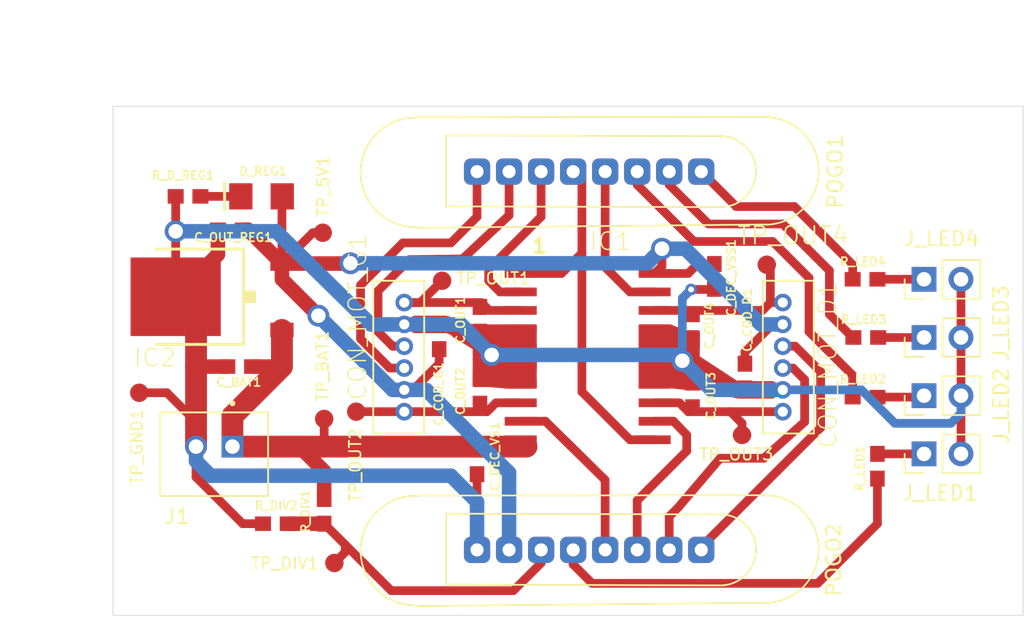
<source format=kicad_pcb>
(kicad_pcb (version 20171130) (host pcbnew 5.1.10-88a1d61d58~88~ubuntu20.04.1)

  (general
    (thickness 1.6)
    (drawings 9)
    (tracks 200)
    (zones 0)
    (modules 37)
    (nets 27)
  )

  (page A4)
  (layers
    (0 F.Cu signal)
    (31 B.Cu signal)
    (32 B.Adhes user)
    (33 F.Adhes user)
    (34 B.Paste user)
    (35 F.Paste user)
    (36 B.SilkS user)
    (37 F.SilkS user)
    (38 B.Mask user)
    (39 F.Mask user hide)
    (40 Dwgs.User user)
    (41 Cmts.User user)
    (42 Eco1.User user)
    (43 Eco2.User user)
    (44 Edge.Cuts user)
    (45 Margin user)
    (46 B.CrtYd user)
    (47 F.CrtYd user)
    (48 B.Fab user)
    (49 F.Fab user)
  )

  (setup
    (last_trace_width 1)
    (user_trace_width 0.6)
    (user_trace_width 1)
    (user_trace_width 1.5)
    (trace_clearance 0.2)
    (zone_clearance 0.508)
    (zone_45_only no)
    (trace_min 0.2)
    (via_size 0.8)
    (via_drill 0.4)
    (via_min_size 0.4)
    (via_min_drill 0.3)
    (user_via 1.5 1)
    (uvia_size 0.3)
    (uvia_drill 0.1)
    (uvias_allowed no)
    (uvia_min_size 0.2)
    (uvia_min_drill 0.1)
    (edge_width 0.05)
    (segment_width 0.2)
    (pcb_text_width 0.3)
    (pcb_text_size 1.5 1.5)
    (mod_edge_width 0.12)
    (mod_text_size 1 1)
    (mod_text_width 0.15)
    (pad_size 1.524 1.524)
    (pad_drill 0.762)
    (pad_to_mask_clearance 0)
    (aux_axis_origin 0 0)
    (visible_elements FFFFFF7F)
    (pcbplotparams
      (layerselection 0x010fc_ffffffff)
      (usegerberextensions false)
      (usegerberattributes true)
      (usegerberadvancedattributes true)
      (creategerberjobfile true)
      (excludeedgelayer true)
      (linewidth 0.100000)
      (plotframeref false)
      (viasonmask false)
      (mode 1)
      (useauxorigin false)
      (hpglpennumber 1)
      (hpglpenspeed 20)
      (hpglpendiameter 15.000000)
      (psnegative false)
      (psa4output false)
      (plotreference true)
      (plotvalue true)
      (plotinvisibletext false)
      (padsonsilk false)
      (subtractmaskfromsilk false)
      (outputformat 1)
      (mirror false)
      (drillshape 1)
      (scaleselection 1)
      (outputdirectory ""))
  )

  (net 0 "")
  (net 1 GND)
  (net 2 /9V)
  (net 3 /5V)
  (net 4 /MOT_G1)
  (net 5 /MOT_G2)
  (net 6 /MOT_D1)
  (net 7 /MOT_D2)
  (net 8 /COD_D2)
  (net 9 /COD_D1)
  (net 10 /COD_G2)
  (net 11 /COD_G1)
  (net 12 "Net-(D_REG1-PadC)")
  (net 13 /IN_MOT_D2)
  (net 14 /IN_MOT_G2)
  (net 15 /EN_MOT)
  (net 16 /IN_MOT_D1)
  (net 17 /IN_MOT_G1)
  (net 18 "Net-(J_LED1-Pad1)")
  (net 19 "Net-(J_LED2-Pad1)")
  (net 20 "Net-(J_LED3-Pad1)")
  (net 21 "Net-(J_LED4-Pad1)")
  (net 22 /3_AIN)
  (net 23 "Net-(POGO1-Pad3)")
  (net 24 "Net-(POGO1-Pad2)")
  (net 25 "Net-(POGO1-Pad1)")
  (net 26 "Net-(POGO2-Pad5)")

  (net_class Default "This is the default net class."
    (clearance 0.2)
    (trace_width 0.25)
    (via_dia 0.8)
    (via_drill 0.4)
    (uvia_dia 0.3)
    (uvia_drill 0.1)
    (add_net /3_AIN)
    (add_net /5V)
    (add_net /9V)
    (add_net /COD_D1)
    (add_net /COD_D2)
    (add_net /COD_G1)
    (add_net /COD_G2)
    (add_net /EN_MOT)
    (add_net /IN_MOT_D1)
    (add_net /IN_MOT_D2)
    (add_net /IN_MOT_G1)
    (add_net /IN_MOT_G2)
    (add_net /MOT_D1)
    (add_net /MOT_D2)
    (add_net /MOT_G1)
    (add_net /MOT_G2)
    (add_net GND)
    (add_net "Net-(D_REG1-PadC)")
    (add_net "Net-(J_LED1-Pad1)")
    (add_net "Net-(J_LED2-Pad1)")
    (add_net "Net-(J_LED3-Pad1)")
    (add_net "Net-(J_LED4-Pad1)")
    (add_net "Net-(POGO1-Pad1)")
    (add_net "Net-(POGO1-Pad2)")
    (add_net "Net-(POGO1-Pad3)")
    (add_net "Net-(POGO2-Pad5)")
  )

  (module pogo_conn:CONN_pogopin_8_female (layer F.Cu) (tedit 60DAE44C) (tstamp 60DB2E87)
    (at 120.4 51)
    (path /60ED6B33)
    (fp_text reference POGO1 (at 9.2 0 90) (layer F.SilkS)
      (effects (font (size 1 1) (thickness 0.15)))
    )
    (fp_text value Pogo_magn_8pin (at 0 5.08) (layer F.Fab) hide
      (effects (font (size 1 1) (thickness 0.15)))
    )
    (fp_arc (start 1.3208 0) (end 1.2446 2.4384) (angle -184) (layer F.SilkS) (width 0.12))
    (fp_arc (start -19.6342 0.0508) (end -19.4818 -3.7084) (angle -183.5) (layer F.SilkS) (width 0.12))
    (fp_arc (start 4.3688 -0.0508) (end 4.3688 -3.7508) (angle 180) (layer F.SilkS) (width 0.12))
    (fp_line (start -17.4752 -2.4892) (end 1.1684 -2.4384) (layer F.SilkS) (width 0.12))
    (fp_line (start -17.5514 2.3876) (end 1.2446 2.4384) (layer F.SilkS) (width 0.12))
    (fp_line (start -17.526 -2.4384) (end -17.526 2.3622) (layer F.SilkS) (width 0.12))
    (fp_line (start -19.4564 3.8608) (end 4.4958 3.6322) (layer F.SilkS) (width 0.12))
    (fp_line (start -19.4818 -3.7338) (end 4.445 -3.7592) (layer F.SilkS) (width 0.12))
    (pad 8 thru_hole roundrect (at -15.4 0) (size 1.8 1.8) (drill 0.9) (layers *.Cu *.Mask) (roundrect_rratio 0.25)
      (net 10 /COD_G2))
    (pad 7 thru_hole roundrect (at -13.2 0) (size 1.8 1.8) (drill 0.9) (layers *.Cu *.Mask) (roundrect_rratio 0.25)
      (net 11 /COD_G1))
    (pad 6 thru_hole roundrect (at -11 0) (size 1.8 1.8) (drill 0.9) (layers *.Cu *.Mask) (roundrect_rratio 0.25)
      (net 17 /IN_MOT_G1))
    (pad 5 thru_hole roundrect (at -8.8 0) (size 1.8 1.8) (drill 0.9) (layers *.Cu *.Mask) (roundrect_rratio 0.25)
      (net 15 /EN_MOT))
    (pad 4 thru_hole roundrect (at -6.6 0 270) (size 1.8 1.8) (drill 0.9) (layers *.Cu *.Mask) (roundrect_rratio 0.25)
      (net 13 /IN_MOT_D2))
    (pad 3 thru_hole roundrect (at -4.4 0) (size 1.8 1.8) (drill 0.9) (layers *.Cu *.Mask) (roundrect_rratio 0.25)
      (net 23 "Net-(POGO1-Pad3)"))
    (pad 2 thru_hole roundrect (at -2.2 0) (size 1.8 1.8) (drill 0.9) (layers *.Cu *.Mask) (roundrect_rratio 0.25)
      (net 24 "Net-(POGO1-Pad2)"))
    (pad 1 thru_hole roundrect (at 0 0) (size 1.8 1.8) (drill 0.9) (layers *.Cu *.Mask) (roundrect_rratio 0.25)
      (net 25 "Net-(POGO1-Pad1)"))
  )

  (module pogo_conn:CONN_pogopin_8_female (layer F.Cu) (tedit 60DAE44C) (tstamp 60DAC787)
    (at 120.4 77)
    (path /60ED82DD)
    (fp_text reference POGO2 (at 9.1 0.7 90) (layer F.SilkS)
      (effects (font (size 1 1) (thickness 0.15)))
    )
    (fp_text value Pogo_magn_8pin (at 0 5.08) (layer F.Fab) hide
      (effects (font (size 1 1) (thickness 0.15)))
    )
    (fp_arc (start 1.3208 0) (end 1.2446 2.4384) (angle -184) (layer F.SilkS) (width 0.12))
    (fp_arc (start -19.6342 0.0508) (end -19.4818 -3.7084) (angle -183.5) (layer F.SilkS) (width 0.12))
    (fp_arc (start 4.3688 -0.0508) (end 4.3688 -3.7508) (angle 180) (layer F.SilkS) (width 0.12))
    (fp_line (start -17.4752 -2.4892) (end 1.1684 -2.4384) (layer F.SilkS) (width 0.12))
    (fp_line (start -17.5514 2.3876) (end 1.2446 2.4384) (layer F.SilkS) (width 0.12))
    (fp_line (start -17.526 -2.4384) (end -17.526 2.3622) (layer F.SilkS) (width 0.12))
    (fp_line (start -19.4564 3.8608) (end 4.4958 3.6322) (layer F.SilkS) (width 0.12))
    (fp_line (start -19.4818 -3.7338) (end 4.445 -3.7592) (layer F.SilkS) (width 0.12))
    (pad 8 thru_hole roundrect (at -15.4 0) (size 1.8 1.8) (drill 0.9) (layers *.Cu *.Mask) (roundrect_rratio 0.25)
      (net 1 GND))
    (pad 7 thru_hole roundrect (at -13.2 0) (size 1.8 1.8) (drill 0.9) (layers *.Cu *.Mask) (roundrect_rratio 0.25)
      (net 3 /5V))
    (pad 6 thru_hole roundrect (at -11 0) (size 1.8 1.8) (drill 0.9) (layers *.Cu *.Mask) (roundrect_rratio 0.25)
      (net 22 /3_AIN))
    (pad 5 thru_hole roundrect (at -8.8 0) (size 1.8 1.8) (drill 0.9) (layers *.Cu *.Mask) (roundrect_rratio 0.25)
      (net 26 "Net-(POGO2-Pad5)"))
    (pad 4 thru_hole roundrect (at -6.6 0 270) (size 1.8 1.8) (drill 0.9) (layers *.Cu *.Mask) (roundrect_rratio 0.25)
      (net 14 /IN_MOT_G2))
    (pad 3 thru_hole roundrect (at -4.4 0) (size 1.8 1.8) (drill 0.9) (layers *.Cu *.Mask) (roundrect_rratio 0.25)
      (net 16 /IN_MOT_D1))
    (pad 2 thru_hole roundrect (at -2.2 0) (size 1.8 1.8) (drill 0.9) (layers *.Cu *.Mask) (roundrect_rratio 0.25)
      (net 9 /COD_D1))
    (pad 1 thru_hole roundrect (at 0 0) (size 1.8 1.8) (drill 0.9) (layers *.Cu *.Mask) (roundrect_rratio 0.25)
      (net 8 /COD_D2))
  )

  (module rev7:B1,27 (layer F.Cu) (tedit 0) (tstamp 60DB2D72)
    (at 96.7 67.5)
    (descr "<b>TEST PAD</b>")
    (path /60CD4C3C)
    (fp_text reference TP_OUT2 (at 0.4 6.3 90) (layer F.SilkS)
      (effects (font (size 0.8 0.8) (thickness 0.12065)) (justify left bottom))
    )
    (fp_text value PTR1B1,27 (at -0.635 0.762) (layer F.Fab)
      (effects (font (size 0.02413 0.02413) (thickness 0.00193)) (justify left bottom))
    )
    (fp_line (start 0 -0.635) (end 0 0.635) (layer Dwgs.User) (width 0.0024))
    (fp_line (start -0.635 0) (end 0.635 0) (layer Dwgs.User) (width 0.0024))
    (fp_text user >TP_SIGNAL_NAME (at -0.635 1.905) (layer Dwgs.User) hide
      (effects (font (size 0.95 0.95) (thickness 0.08)) (justify left bottom))
    )
    (pad TP smd roundrect (at 0 0) (size 1.27 1.27) (layers F.Cu F.Mask) (roundrect_rratio 0.5)
      (net 5 /MOT_G2) (solder_mask_margin 0.1016))
  )

  (module rev7:B1,27 (layer F.Cu) (tedit 0) (tstamp 60DB2CE2)
    (at 102.6 58.5)
    (descr "<b>TEST PAD</b>")
    (path /60CD442C)
    (fp_text reference TP_OUT1 (at 0.9 0.3) (layer F.SilkS)
      (effects (font (size 0.8 0.8) (thickness 0.12065)) (justify left bottom))
    )
    (fp_text value PTR1B1,27 (at -0.635 0.762) (layer F.Fab)
      (effects (font (size 0.02413 0.02413) (thickness 0.00193)) (justify left bottom))
    )
    (fp_line (start 0 -0.635) (end 0 0.635) (layer Dwgs.User) (width 0.0024))
    (fp_line (start -0.635 0) (end 0.635 0) (layer Dwgs.User) (width 0.0024))
    (fp_text user >TP_SIGNAL_NAME (at -0.635 1.905) (layer Dwgs.User) hide
      (effects (font (size 0.95 0.95) (thickness 0.08)) (justify left bottom))
    )
    (pad TP smd roundrect (at 0 0) (size 1.27 1.27) (layers F.Cu F.Mask) (roundrect_rratio 0.5)
      (net 4 /MOT_G1) (solder_mask_margin 0.1016))
  )

  (module rev7:B1,27 (layer F.Cu) (tedit 0) (tstamp 60DB2CA3)
    (at 81.8 66.2)
    (descr "<b>TEST PAD</b>")
    (path /60E0A559)
    (fp_text reference TP_GND1 (at 0.3 6.4 90) (layer F.SilkS)
      (effects (font (size 0.8 0.8) (thickness 0.12065)) (justify left bottom))
    )
    (fp_text value PTR1B1,27 (at -0.635 0.762) (layer F.Fab)
      (effects (font (size 0.02413 0.02413) (thickness 0.00193)) (justify left bottom))
    )
    (fp_line (start 0 -0.635) (end 0 0.635) (layer Dwgs.User) (width 0.0024))
    (fp_line (start -0.635 0) (end 0.635 0) (layer Dwgs.User) (width 0.0024))
    (fp_text user >TP_SIGNAL_NAME (at -0.635 1.905) (layer Dwgs.User) hide
      (effects (font (size 0.95 0.95) (thickness 0.08)) (justify left bottom))
    )
    (pad TP smd roundrect (at 0 0) (size 1.27 1.27) (layers F.Cu F.Mask) (roundrect_rratio 0.5)
      (net 1 GND) (solder_mask_margin 0.1016))
  )

  (module rev7:B1,27 (layer F.Cu) (tedit 0) (tstamp 60DB2C64)
    (at 95.2 77.9)
    (descr "<b>TEST PAD</b>")
    (path /60E86577)
    (fp_text reference TP_DIV1 (at -5.8 0.5) (layer F.SilkS)
      (effects (font (size 0.8 0.8) (thickness 0.12065)) (justify left bottom))
    )
    (fp_text value PTR1B1,27 (at -0.635 0.762) (layer F.Fab)
      (effects (font (size 0.02413 0.02413) (thickness 0.00193)) (justify left bottom))
    )
    (fp_line (start -0.635 0) (end 0.635 0) (layer Dwgs.User) (width 0.0024))
    (fp_line (start 0 -0.635) (end 0 0.635) (layer Dwgs.User) (width 0.0024))
    (fp_text user >TP_SIGNAL_NAME (at -0.635 1.905) (layer Dwgs.User) hide
      (effects (font (size 0.95 0.95) (thickness 0.08)) (justify left bottom))
    )
    (pad TP smd roundrect (at 0 0) (size 1.27 1.27) (layers F.Cu F.Mask) (roundrect_rratio 0.5)
      (net 22 /3_AIN) (solder_mask_margin 0.1016))
  )

  (module Connector_PinHeader_2.54mm:PinHeader_1x02_P2.54mm_Vertical (layer F.Cu) (tedit 59FED5CC) (tstamp 60DB53A0)
    (at 135.7 58.4 90)
    (descr "Through hole straight pin header, 1x02, 2.54mm pitch, single row")
    (tags "Through hole pin header THT 1x02 2.54mm single row")
    (path /6101120F)
    (fp_text reference J_LED4 (at 2.8 1.2 180) (layer F.SilkS)
      (effects (font (size 1 1) (thickness 0.15)))
    )
    (fp_text value Conn_01x02_Female (at 0 4.87 90) (layer F.Fab) hide
      (effects (font (size 1 1) (thickness 0.15)))
    )
    (fp_line (start 1.8 -1.8) (end -1.8 -1.8) (layer F.CrtYd) (width 0.05))
    (fp_line (start 1.8 4.35) (end 1.8 -1.8) (layer F.CrtYd) (width 0.05))
    (fp_line (start -1.8 4.35) (end 1.8 4.35) (layer F.CrtYd) (width 0.05))
    (fp_line (start -1.8 -1.8) (end -1.8 4.35) (layer F.CrtYd) (width 0.05))
    (fp_line (start -1.33 -1.33) (end 0 -1.33) (layer F.SilkS) (width 0.12))
    (fp_line (start -1.33 0) (end -1.33 -1.33) (layer F.SilkS) (width 0.12))
    (fp_line (start -1.33 1.27) (end 1.33 1.27) (layer F.SilkS) (width 0.12))
    (fp_line (start 1.33 1.27) (end 1.33 3.87) (layer F.SilkS) (width 0.12))
    (fp_line (start -1.33 1.27) (end -1.33 3.87) (layer F.SilkS) (width 0.12))
    (fp_line (start -1.33 3.87) (end 1.33 3.87) (layer F.SilkS) (width 0.12))
    (fp_line (start -1.27 -0.635) (end -0.635 -1.27) (layer F.Fab) (width 0.1))
    (fp_line (start -1.27 3.81) (end -1.27 -0.635) (layer F.Fab) (width 0.1))
    (fp_line (start 1.27 3.81) (end -1.27 3.81) (layer F.Fab) (width 0.1))
    (fp_line (start 1.27 -1.27) (end 1.27 3.81) (layer F.Fab) (width 0.1))
    (fp_line (start -0.635 -1.27) (end 1.27 -1.27) (layer F.Fab) (width 0.1))
    (fp_text user %R (at 0 1.27) (layer F.Fab) hide
      (effects (font (size 1 1) (thickness 0.15)))
    )
    (pad 2 thru_hole oval (at 0 2.54 90) (size 1.7 1.7) (drill 1) (layers *.Cu *.Mask)
      (net 1 GND))
    (pad 1 thru_hole rect (at 0 0 90) (size 1.7 1.7) (drill 1) (layers *.Cu *.Mask)
      (net 21 "Net-(J_LED4-Pad1)"))
    (model ${KISYS3DMOD}/Connector_PinHeader_2.54mm.3dshapes/PinHeader_1x02_P2.54mm_Vertical.wrl
      (at (xyz 0 0 0))
      (scale (xyz 1 1 1))
      (rotate (xyz 0 0 0))
    )
  )

  (module Connector_PinHeader_2.54mm:PinHeader_1x02_P2.54mm_Vertical (layer F.Cu) (tedit 59FED5CC) (tstamp 60DB538A)
    (at 135.7 62.4 90)
    (descr "Through hole straight pin header, 1x02, 2.54mm pitch, single row")
    (tags "Through hole pin header THT 1x02 2.54mm single row")
    (path /610193AC)
    (fp_text reference J_LED3 (at 1 5.3 90) (layer F.SilkS)
      (effects (font (size 1 1) (thickness 0.15)))
    )
    (fp_text value Conn_01x02_Female (at 0 4.87 90) (layer F.Fab) hide
      (effects (font (size 1 1) (thickness 0.15)))
    )
    (fp_line (start 1.8 -1.8) (end -1.8 -1.8) (layer F.CrtYd) (width 0.05))
    (fp_line (start 1.8 4.35) (end 1.8 -1.8) (layer F.CrtYd) (width 0.05))
    (fp_line (start -1.8 4.35) (end 1.8 4.35) (layer F.CrtYd) (width 0.05))
    (fp_line (start -1.8 -1.8) (end -1.8 4.35) (layer F.CrtYd) (width 0.05))
    (fp_line (start -1.33 -1.33) (end 0 -1.33) (layer F.SilkS) (width 0.12))
    (fp_line (start -1.33 0) (end -1.33 -1.33) (layer F.SilkS) (width 0.12))
    (fp_line (start -1.33 1.27) (end 1.33 1.27) (layer F.SilkS) (width 0.12))
    (fp_line (start 1.33 1.27) (end 1.33 3.87) (layer F.SilkS) (width 0.12))
    (fp_line (start -1.33 1.27) (end -1.33 3.87) (layer F.SilkS) (width 0.12))
    (fp_line (start -1.33 3.87) (end 1.33 3.87) (layer F.SilkS) (width 0.12))
    (fp_line (start -1.27 -0.635) (end -0.635 -1.27) (layer F.Fab) (width 0.1))
    (fp_line (start -1.27 3.81) (end -1.27 -0.635) (layer F.Fab) (width 0.1))
    (fp_line (start 1.27 3.81) (end -1.27 3.81) (layer F.Fab) (width 0.1))
    (fp_line (start 1.27 -1.27) (end 1.27 3.81) (layer F.Fab) (width 0.1))
    (fp_line (start -0.635 -1.27) (end 1.27 -1.27) (layer F.Fab) (width 0.1))
    (fp_text user %R (at 0 1.27) (layer F.Fab) hide
      (effects (font (size 1 1) (thickness 0.15)))
    )
    (pad 2 thru_hole oval (at 0 2.54 90) (size 1.7 1.7) (drill 1) (layers *.Cu *.Mask)
      (net 1 GND))
    (pad 1 thru_hole rect (at 0 0 90) (size 1.7 1.7) (drill 1) (layers *.Cu *.Mask)
      (net 20 "Net-(J_LED3-Pad1)"))
    (model ${KISYS3DMOD}/Connector_PinHeader_2.54mm.3dshapes/PinHeader_1x02_P2.54mm_Vertical.wrl
      (at (xyz 0 0 0))
      (scale (xyz 1 1 1))
      (rotate (xyz 0 0 0))
    )
  )

  (module Connector_PinHeader_2.54mm:PinHeader_1x02_P2.54mm_Vertical (layer F.Cu) (tedit 59FED5CC) (tstamp 60DB5374)
    (at 135.7 66.4 90)
    (descr "Through hole straight pin header, 1x02, 2.54mm pitch, single row")
    (tags "Through hole pin header THT 1x02 2.54mm single row")
    (path /61019697)
    (fp_text reference J_LED2 (at -0.7 5.3 90) (layer F.SilkS)
      (effects (font (size 1 1) (thickness 0.15)))
    )
    (fp_text value Conn_01x02_Female (at 0 4.87 90) (layer F.Fab) hide
      (effects (font (size 1 1) (thickness 0.15)))
    )
    (fp_line (start 1.8 -1.8) (end -1.8 -1.8) (layer F.CrtYd) (width 0.05))
    (fp_line (start 1.8 4.35) (end 1.8 -1.8) (layer F.CrtYd) (width 0.05))
    (fp_line (start -1.8 4.35) (end 1.8 4.35) (layer F.CrtYd) (width 0.05))
    (fp_line (start -1.8 -1.8) (end -1.8 4.35) (layer F.CrtYd) (width 0.05))
    (fp_line (start -1.33 -1.33) (end 0 -1.33) (layer F.SilkS) (width 0.12))
    (fp_line (start -1.33 0) (end -1.33 -1.33) (layer F.SilkS) (width 0.12))
    (fp_line (start -1.33 1.27) (end 1.33 1.27) (layer F.SilkS) (width 0.12))
    (fp_line (start 1.33 1.27) (end 1.33 3.87) (layer F.SilkS) (width 0.12))
    (fp_line (start -1.33 1.27) (end -1.33 3.87) (layer F.SilkS) (width 0.12))
    (fp_line (start -1.33 3.87) (end 1.33 3.87) (layer F.SilkS) (width 0.12))
    (fp_line (start -1.27 -0.635) (end -0.635 -1.27) (layer F.Fab) (width 0.1))
    (fp_line (start -1.27 3.81) (end -1.27 -0.635) (layer F.Fab) (width 0.1))
    (fp_line (start 1.27 3.81) (end -1.27 3.81) (layer F.Fab) (width 0.1))
    (fp_line (start 1.27 -1.27) (end 1.27 3.81) (layer F.Fab) (width 0.1))
    (fp_line (start -0.635 -1.27) (end 1.27 -1.27) (layer F.Fab) (width 0.1))
    (fp_text user %R (at 0 1.27) (layer F.Fab) hide
      (effects (font (size 1 1) (thickness 0.15)))
    )
    (pad 2 thru_hole oval (at 0 2.54 90) (size 1.7 1.7) (drill 1) (layers *.Cu *.Mask)
      (net 1 GND))
    (pad 1 thru_hole rect (at 0 0 90) (size 1.7 1.7) (drill 1) (layers *.Cu *.Mask)
      (net 19 "Net-(J_LED2-Pad1)"))
    (model ${KISYS3DMOD}/Connector_PinHeader_2.54mm.3dshapes/PinHeader_1x02_P2.54mm_Vertical.wrl
      (at (xyz 0 0 0))
      (scale (xyz 1 1 1))
      (rotate (xyz 0 0 0))
    )
  )

  (module Connector_PinHeader_2.54mm:PinHeader_1x02_P2.54mm_Vertical (layer F.Cu) (tedit 59FED5CC) (tstamp 60DB535E)
    (at 135.7 70.4 90)
    (descr "Through hole straight pin header, 1x02, 2.54mm pitch, single row")
    (tags "Through hole pin header THT 1x02 2.54mm single row")
    (path /61019CA2)
    (fp_text reference J_LED1 (at -2.7 1.1) (layer F.SilkS)
      (effects (font (size 1 1) (thickness 0.15)))
    )
    (fp_text value Conn_01x02_Female (at 0 4.87 90) (layer F.Fab) hide
      (effects (font (size 1 1) (thickness 0.15)))
    )
    (fp_line (start 1.8 -1.8) (end -1.8 -1.8) (layer F.CrtYd) (width 0.05))
    (fp_line (start 1.8 4.35) (end 1.8 -1.8) (layer F.CrtYd) (width 0.05))
    (fp_line (start -1.8 4.35) (end 1.8 4.35) (layer F.CrtYd) (width 0.05))
    (fp_line (start -1.8 -1.8) (end -1.8 4.35) (layer F.CrtYd) (width 0.05))
    (fp_line (start -1.33 -1.33) (end 0 -1.33) (layer F.SilkS) (width 0.12))
    (fp_line (start -1.33 0) (end -1.33 -1.33) (layer F.SilkS) (width 0.12))
    (fp_line (start -1.33 1.27) (end 1.33 1.27) (layer F.SilkS) (width 0.12))
    (fp_line (start 1.33 1.27) (end 1.33 3.87) (layer F.SilkS) (width 0.12))
    (fp_line (start -1.33 1.27) (end -1.33 3.87) (layer F.SilkS) (width 0.12))
    (fp_line (start -1.33 3.87) (end 1.33 3.87) (layer F.SilkS) (width 0.12))
    (fp_line (start -1.27 -0.635) (end -0.635 -1.27) (layer F.Fab) (width 0.1))
    (fp_line (start -1.27 3.81) (end -1.27 -0.635) (layer F.Fab) (width 0.1))
    (fp_line (start 1.27 3.81) (end -1.27 3.81) (layer F.Fab) (width 0.1))
    (fp_line (start 1.27 -1.27) (end 1.27 3.81) (layer F.Fab) (width 0.1))
    (fp_line (start -0.635 -1.27) (end 1.27 -1.27) (layer F.Fab) (width 0.1))
    (fp_text user %R (at 2.4 2.2) (layer F.Fab) hide
      (effects (font (size 1 1) (thickness 0.15)))
    )
    (pad 2 thru_hole oval (at 0 2.54 90) (size 1.7 1.7) (drill 1) (layers *.Cu *.Mask)
      (net 1 GND))
    (pad 1 thru_hole rect (at 0 0 90) (size 1.7 1.7) (drill 1) (layers *.Cu *.Mask)
      (net 18 "Net-(J_LED1-Pad1)"))
    (model ${KISYS3DMOD}/Connector_PinHeader_2.54mm.3dshapes/PinHeader_1x02_P2.54mm_Vertical.wrl
      (at (xyz 0 0 0))
      (scale (xyz 1 1 1))
      (rotate (xyz 0 0 0))
    )
  )

  (module rev7:0603 (layer F.Cu) (tedit 0) (tstamp 60DB83D9)
    (at 131.65 58.4)
    (descr "<p><b>Generic 1608 (0603) package</b></p>\n<p>0.2mm courtyard excess rounded to nearest 0.05mm.</p>")
    (path /6105EC6A)
    (fp_text reference R_LED4 (at -0.15 -0.862) (layer F.SilkS)
      (effects (font (size 0.57912 0.57912) (thickness 0.115824)) (justify bottom))
    )
    (fp_text value ? (at 0 0.762) (layer F.Fab) hide
      (effects (font (size 0.57912 0.57912) (thickness 0.115824)) (justify top))
    )
    (fp_poly (pts (xy -0.1999 0.3) (xy 0.1999 0.3) (xy 0.1999 -0.3) (xy -0.1999 -0.3)) (layer F.Adhes) (width 0))
    (fp_poly (pts (xy 0.3302 0.4699) (xy 0.8303 0.4699) (xy 0.8303 -0.4801) (xy 0.3302 -0.4801)) (layer F.Fab) (width 0))
    (fp_poly (pts (xy -0.8382 0.4699) (xy -0.3381 0.4699) (xy -0.3381 -0.4801) (xy -0.8382 -0.4801)) (layer F.Fab) (width 0))
    (fp_line (start -0.356 0.419) (end 0.356 0.419) (layer F.Fab) (width 0.1016))
    (fp_line (start -0.356 -0.432) (end 0.356 -0.432) (layer F.Fab) (width 0.1016))
    (fp_line (start -1.6 0.7) (end -1.6 -0.7) (layer Dwgs.User) (width 0.0508))
    (fp_line (start 1.6 0.7) (end -1.6 0.7) (layer Dwgs.User) (width 0.0508))
    (fp_line (start 1.6 -0.7) (end 1.6 0.7) (layer Dwgs.User) (width 0.0508))
    (fp_line (start -1.6 -0.7) (end 1.6 -0.7) (layer Dwgs.User) (width 0.0508))
    (pad 2 smd rect (at 0.85 0) (size 1.1 1) (layers F.Cu F.Paste F.Mask)
      (net 21 "Net-(J_LED4-Pad1)") (solder_mask_margin 0.1016))
    (pad 1 smd rect (at -0.85 0) (size 1.1 1) (layers F.Cu F.Paste F.Mask)
      (net 25 "Net-(POGO1-Pad1)") (solder_mask_margin 0.1016))
  )

  (module rev7:0603 (layer F.Cu) (tedit 0) (tstamp 60DB4074)
    (at 131.7 62.4)
    (descr "<p><b>Generic 1608 (0603) package</b></p>\n<p>0.2mm courtyard excess rounded to nearest 0.05mm.</p>")
    (path /61063295)
    (fp_text reference R_LED3 (at -0.15 -0.9) (layer F.SilkS)
      (effects (font (size 0.57912 0.57912) (thickness 0.115824)) (justify bottom))
    )
    (fp_text value ? (at -0.05 1.4) (layer F.Fab) hide
      (effects (font (size 0.57912 0.57912) (thickness 0.115824)) (justify top))
    )
    (fp_line (start -1.6 -0.7) (end 1.6 -0.7) (layer Dwgs.User) (width 0.0508))
    (fp_line (start 1.6 -0.7) (end 1.6 0.7) (layer Dwgs.User) (width 0.0508))
    (fp_line (start 1.6 0.7) (end -1.6 0.7) (layer Dwgs.User) (width 0.0508))
    (fp_line (start -1.6 0.7) (end -1.6 -0.7) (layer Dwgs.User) (width 0.0508))
    (fp_line (start -0.356 -0.432) (end 0.356 -0.432) (layer F.Fab) (width 0.1016))
    (fp_line (start -0.356 0.419) (end 0.356 0.419) (layer F.Fab) (width 0.1016))
    (fp_poly (pts (xy -0.8382 0.4699) (xy -0.3381 0.4699) (xy -0.3381 -0.4801) (xy -0.8382 -0.4801)) (layer F.Fab) (width 0))
    (fp_poly (pts (xy 0.3302 0.4699) (xy 0.8303 0.4699) (xy 0.8303 -0.4801) (xy 0.3302 -0.4801)) (layer F.Fab) (width 0))
    (fp_poly (pts (xy -0.1999 0.3) (xy 0.1999 0.3) (xy 0.1999 -0.3) (xy -0.1999 -0.3)) (layer F.Adhes) (width 0))
    (pad 1 smd rect (at -0.85 0) (size 1.1 1) (layers F.Cu F.Paste F.Mask)
      (net 24 "Net-(POGO1-Pad2)") (solder_mask_margin 0.1016))
    (pad 2 smd rect (at 0.85 0) (size 1.1 1) (layers F.Cu F.Paste F.Mask)
      (net 20 "Net-(J_LED3-Pad1)") (solder_mask_margin 0.1016))
  )

  (module rev7:0603 (layer F.Cu) (tedit 0) (tstamp 60DB4020)
    (at 131.65 66.5)
    (descr "<p><b>Generic 1608 (0603) package</b></p>\n<p>0.2mm courtyard excess rounded to nearest 0.05mm.</p>")
    (path /61063802)
    (fp_text reference R_LED2 (at -0.15 -0.9) (layer F.SilkS)
      (effects (font (size 0.57912 0.57912) (thickness 0.115824)) (justify bottom))
    )
    (fp_text value ? (at 0 0.762) (layer F.Fab) hide
      (effects (font (size 0.57912 0.57912) (thickness 0.115824)) (justify top))
    )
    (fp_poly (pts (xy -0.1999 0.3) (xy 0.1999 0.3) (xy 0.1999 -0.3) (xy -0.1999 -0.3)) (layer F.Adhes) (width 0))
    (fp_poly (pts (xy 0.3302 0.4699) (xy 0.8303 0.4699) (xy 0.8303 -0.4801) (xy 0.3302 -0.4801)) (layer F.Fab) (width 0))
    (fp_poly (pts (xy -0.8382 0.4699) (xy -0.3381 0.4699) (xy -0.3381 -0.4801) (xy -0.8382 -0.4801)) (layer F.Fab) (width 0))
    (fp_line (start -0.356 0.419) (end 0.356 0.419) (layer F.Fab) (width 0.1016))
    (fp_line (start -0.356 -0.432) (end 0.356 -0.432) (layer F.Fab) (width 0.1016))
    (fp_line (start -1.6 0.7) (end -1.6 -0.7) (layer Dwgs.User) (width 0.0508))
    (fp_line (start 1.6 0.7) (end -1.6 0.7) (layer Dwgs.User) (width 0.0508))
    (fp_line (start 1.6 -0.7) (end 1.6 0.7) (layer Dwgs.User) (width 0.0508))
    (fp_line (start -1.6 -0.7) (end 1.6 -0.7) (layer Dwgs.User) (width 0.0508))
    (pad 2 smd rect (at 0.85 0) (size 1.1 1) (layers F.Cu F.Paste F.Mask)
      (net 19 "Net-(J_LED2-Pad1)") (solder_mask_margin 0.1016))
    (pad 1 smd rect (at -0.85 0) (size 1.1 1) (layers F.Cu F.Paste F.Mask)
      (net 23 "Net-(POGO1-Pad3)") (solder_mask_margin 0.1016))
  )

  (module rev7:0603 (layer F.Cu) (tedit 0) (tstamp 60DB409E)
    (at 132.5 71.25 90)
    (descr "<p><b>Generic 1608 (0603) package</b></p>\n<p>0.2mm courtyard excess rounded to nearest 0.05mm.</p>")
    (path /6102E0ED)
    (fp_text reference R_LED1 (at -0.15 -0.862 90) (layer F.SilkS)
      (effects (font (size 0.57912 0.57912) (thickness 0.115824)) (justify bottom))
    )
    (fp_text value ? (at 0 0.762 90) (layer F.Fab) hide
      (effects (font (size 0.57912 0.57912) (thickness 0.115824)) (justify top))
    )
    (fp_poly (pts (xy -0.1999 0.3) (xy 0.1999 0.3) (xy 0.1999 -0.3) (xy -0.1999 -0.3)) (layer F.Adhes) (width 0))
    (fp_poly (pts (xy 0.3302 0.4699) (xy 0.8303 0.4699) (xy 0.8303 -0.4801) (xy 0.3302 -0.4801)) (layer F.Fab) (width 0))
    (fp_poly (pts (xy -0.8382 0.4699) (xy -0.3381 0.4699) (xy -0.3381 -0.4801) (xy -0.8382 -0.4801)) (layer F.Fab) (width 0))
    (fp_line (start -0.356 0.419) (end 0.356 0.419) (layer F.Fab) (width 0.1016))
    (fp_line (start -0.356 -0.432) (end 0.356 -0.432) (layer F.Fab) (width 0.1016))
    (fp_line (start -1.6 0.7) (end -1.6 -0.7) (layer Dwgs.User) (width 0.0508))
    (fp_line (start 1.6 0.7) (end -1.6 0.7) (layer Dwgs.User) (width 0.0508))
    (fp_line (start 1.6 -0.7) (end 1.6 0.7) (layer Dwgs.User) (width 0.0508))
    (fp_line (start -1.6 -0.7) (end 1.6 -0.7) (layer Dwgs.User) (width 0.0508))
    (pad 2 smd rect (at 0.85 0 90) (size 1.1 1) (layers F.Cu F.Paste F.Mask)
      (net 18 "Net-(J_LED1-Pad1)") (solder_mask_margin 0.1016))
    (pad 1 smd rect (at -0.85 0 90) (size 1.1 1) (layers F.Cu F.Paste F.Mask)
      (net 26 "Net-(POGO2-Pad5)") (solder_mask_margin 0.1016))
  )

  (module rev7:B1,27 (layer F.Cu) (tedit 0) (tstamp 60DAC7F4)
    (at 124.9 57.4)
    (descr "<b>TEST PAD</b>")
    (path /60CD6282)
    (fp_text reference TP_OUT4 (at -2.1 -1.3) (layer F.SilkS)
      (effects (font (size 1.2065 1.2065) (thickness 0.12065)) (justify left bottom))
    )
    (fp_text value PTR1B1,27 (at -0.635 0.762) (layer F.Fab)
      (effects (font (size 0.02413 0.02413) (thickness 0.00193)) (justify left bottom))
    )
    (fp_line (start 0 -0.635) (end 0 0.635) (layer Dwgs.User) (width 0.0024))
    (fp_line (start -0.635 0) (end 0.635 0) (layer Dwgs.User) (width 0.0024))
    (fp_text user >TP_SIGNAL_NAME (at -0.635 1.905) (layer Dwgs.User) hide
      (effects (font (size 0.95 0.95) (thickness 0.08)) (justify left bottom))
    )
    (pad TP smd roundrect (at 0 0) (size 1.27 1.27) (layers F.Cu F.Mask) (roundrect_rratio 0.5)
      (net 7 /MOT_D2) (solder_mask_margin 0.1016))
  )

  (module rev7:B1,27 (layer F.Cu) (tedit 0) (tstamp 60DB2D5D)
    (at 123.2 69.1)
    (descr "<b>TEST PAD</b>")
    (path /60CC693E)
    (fp_text reference TP_OUT3 (at -3 1.8) (layer F.SilkS)
      (effects (font (size 0.8 0.8) (thickness 0.12065)) (justify left bottom))
    )
    (fp_text value PTR1B1,27 (at -0.635 0.762) (layer F.Fab)
      (effects (font (size 0.02413 0.02413) (thickness 0.00193)) (justify left bottom))
    )
    (fp_line (start 0 -0.635) (end 0 0.635) (layer Dwgs.User) (width 0.0024))
    (fp_line (start -0.635 0) (end 0.635 0) (layer Dwgs.User) (width 0.0024))
    (fp_text user >TP_SIGNAL_NAME (at -0.635 1.905) (layer Dwgs.User) hide
      (effects (font (size 0.95 0.95) (thickness 0.08)) (justify left bottom))
    )
    (pad TP smd roundrect (at 0 0) (size 1.27 1.27) (layers F.Cu F.Mask) (roundrect_rratio 0.5)
      (net 6 /MOT_D1) (solder_mask_margin 0.1016))
  )

  (module rev7:B1,27 (layer F.Cu) (tedit 0) (tstamp 60DAC7C4)
    (at 94.5 68)
    (descr "<b>TEST PAD</b>")
    (path /60E71CC3)
    (fp_text reference TP_BAT1 (at 0.36 -1.11 90) (layer F.SilkS)
      (effects (font (size 0.8 0.8) (thickness 0.12065)) (justify left bottom))
    )
    (fp_text value PTR1B1,27 (at -0.635 0.762) (layer F.Fab)
      (effects (font (size 0.02413 0.02413) (thickness 0.00193)) (justify left bottom))
    )
    (fp_line (start 0 -0.635) (end 0 0.635) (layer Dwgs.User) (width 0.0024))
    (fp_line (start -0.635 0) (end 0.635 0) (layer Dwgs.User) (width 0.0024))
    (fp_text user >TP_SIGNAL_NAME (at -0.635 1.905) (layer Dwgs.User) hide
      (effects (font (size 0.95 0.95) (thickness 0.08)) (justify left bottom))
    )
    (pad TP smd roundrect (at 0 0) (size 1.27 1.27) (layers F.Cu F.Mask) (roundrect_rratio 0.5)
      (net 2 /9V) (solder_mask_margin 0.1016))
  )

  (module rev7:B1,27 (layer F.Cu) (tedit 0) (tstamp 60DAC7BC)
    (at 94.4 55.2)
    (descr "<b>TEST PAD</b>")
    (path /60E7A112)
    (fp_text reference TP_5V1 (at 0.5 -1 90) (layer F.SilkS)
      (effects (font (size 0.8 0.8) (thickness 0.12065)) (justify left bottom))
    )
    (fp_text value PTR1B1,27 (at -0.635 0.762) (layer F.Fab)
      (effects (font (size 0.02413 0.02413) (thickness 0.00193)) (justify left bottom))
    )
    (fp_line (start 0 -0.635) (end 0 0.635) (layer Dwgs.User) (width 0.0024))
    (fp_line (start -0.635 0) (end 0.635 0) (layer Dwgs.User) (width 0.0024))
    (fp_text user >TP_SIGNAL_NAME (at -0.635 1.905) (layer Dwgs.User) hide
      (effects (font (size 0.95 0.95) (thickness 0.08)) (justify left bottom))
    )
    (pad TP smd roundrect (at 0 0) (size 1.27 1.27) (layers F.Cu F.Mask) (roundrect_rratio 0.5)
      (net 3 /5V) (solder_mask_margin 0.1016))
  )

  (module rev7:0603 (layer F.Cu) (tedit 0) (tstamp 60DAC7B4)
    (at 91.15 75.2 180)
    (descr "<p><b>Generic 1608 (0603) package</b></p>\n<p>0.2mm courtyard excess rounded to nearest 0.05mm.</p>")
    (path /60DF3871)
    (fp_text reference R_DIV2 (at -0.05 0.9) (layer F.SilkS)
      (effects (font (size 0.57912 0.57912) (thickness 0.115824)) (justify bottom))
    )
    (fp_text value 30k (at 3.55 0.1) (layer F.Fab)
      (effects (font (size 0.57912 0.57912) (thickness 0.115824)) (justify top))
    )
    (fp_poly (pts (xy -0.1999 0.3) (xy 0.1999 0.3) (xy 0.1999 -0.3) (xy -0.1999 -0.3)) (layer F.Adhes) (width 0))
    (fp_poly (pts (xy 0.3302 0.4699) (xy 0.8303 0.4699) (xy 0.8303 -0.4801) (xy 0.3302 -0.4801)) (layer F.Fab) (width 0))
    (fp_poly (pts (xy -0.8382 0.4699) (xy -0.3381 0.4699) (xy -0.3381 -0.4801) (xy -0.8382 -0.4801)) (layer F.Fab) (width 0))
    (fp_line (start -0.356 0.419) (end 0.356 0.419) (layer F.Fab) (width 0.1016))
    (fp_line (start -0.356 -0.432) (end 0.356 -0.432) (layer F.Fab) (width 0.1016))
    (fp_line (start -1.6 0.7) (end -1.6 -0.7) (layer Dwgs.User) (width 0.0508))
    (fp_line (start 1.6 0.7) (end -1.6 0.7) (layer Dwgs.User) (width 0.0508))
    (fp_line (start 1.6 -0.7) (end 1.6 0.7) (layer Dwgs.User) (width 0.0508))
    (fp_line (start -1.6 -0.7) (end 1.6 -0.7) (layer Dwgs.User) (width 0.0508))
    (pad 2 smd rect (at 0.85 0 180) (size 1.1 1) (layers F.Cu F.Paste F.Mask)
      (net 1 GND) (solder_mask_margin 0.1016))
    (pad 1 smd rect (at -0.85 0 180) (size 1.1 1) (layers F.Cu F.Paste F.Mask)
      (net 22 /3_AIN) (solder_mask_margin 0.1016))
  )

  (module rev7:0603 (layer F.Cu) (tedit 0) (tstamp 60DAF308)
    (at 94.5 74.35 90)
    (descr "<p><b>Generic 1608 (0603) package</b></p>\n<p>0.2mm courtyard excess rounded to nearest 0.05mm.</p>")
    (path /60DF1E2E)
    (fp_text reference R_DIV1 (at 0.02 -0.94 90) (layer F.SilkS)
      (effects (font (size 0.57912 0.57912) (thickness 0.115824)) (justify bottom))
    )
    (fp_text value 60k (at 0.05 1.4 90) (layer F.Fab)
      (effects (font (size 0.57912 0.57912) (thickness 0.115824)) (justify top))
    )
    (fp_poly (pts (xy -0.1999 0.3) (xy 0.1999 0.3) (xy 0.1999 -0.3) (xy -0.1999 -0.3)) (layer F.Adhes) (width 0))
    (fp_poly (pts (xy 0.3302 0.4699) (xy 0.8303 0.4699) (xy 0.8303 -0.4801) (xy 0.3302 -0.4801)) (layer F.Fab) (width 0))
    (fp_poly (pts (xy -0.8382 0.4699) (xy -0.3381 0.4699) (xy -0.3381 -0.4801) (xy -0.8382 -0.4801)) (layer F.Fab) (width 0))
    (fp_line (start -0.356 0.419) (end 0.356 0.419) (layer F.Fab) (width 0.1016))
    (fp_line (start -0.356 -0.432) (end 0.356 -0.432) (layer F.Fab) (width 0.1016))
    (fp_line (start -1.6 0.7) (end -1.6 -0.7) (layer Dwgs.User) (width 0.0508))
    (fp_line (start 1.6 0.7) (end -1.6 0.7) (layer Dwgs.User) (width 0.0508))
    (fp_line (start 1.6 -0.7) (end 1.6 0.7) (layer Dwgs.User) (width 0.0508))
    (fp_line (start -1.6 -0.7) (end 1.6 -0.7) (layer Dwgs.User) (width 0.0508))
    (pad 2 smd rect (at 0.85 0 90) (size 1.1 1) (layers F.Cu F.Paste F.Mask)
      (net 2 /9V) (solder_mask_margin 0.1016))
    (pad 1 smd rect (at -0.85 0 90) (size 1.1 1) (layers F.Cu F.Paste F.Mask)
      (net 22 /3_AIN) (solder_mask_margin 0.1016))
  )

  (module rev7:0603 (layer F.Cu) (tedit 0) (tstamp 60DB2C80)
    (at 85.15 52.7)
    (descr "<p><b>Generic 1608 (0603) package</b></p>\n<p>0.2mm courtyard excess rounded to nearest 0.05mm.</p>")
    (path /60DC74CF)
    (fp_text reference R_D_REG1 (at -0.35 -1.1) (layer F.SilkS)
      (effects (font (size 0.57912 0.57912) (thickness 0.115824)) (justify bottom))
    )
    (fp_text value 240 (at 0 0.762) (layer F.Fab) hide
      (effects (font (size 0.57912 0.57912) (thickness 0.115824)) (justify top))
    )
    (fp_poly (pts (xy -0.1999 0.3) (xy 0.1999 0.3) (xy 0.1999 -0.3) (xy -0.1999 -0.3)) (layer F.Adhes) (width 0))
    (fp_poly (pts (xy 0.3302 0.4699) (xy 0.8303 0.4699) (xy 0.8303 -0.4801) (xy 0.3302 -0.4801)) (layer F.Fab) (width 0))
    (fp_poly (pts (xy -0.8382 0.4699) (xy -0.3381 0.4699) (xy -0.3381 -0.4801) (xy -0.8382 -0.4801)) (layer F.Fab) (width 0))
    (fp_line (start -0.356 0.419) (end 0.356 0.419) (layer F.Fab) (width 0.1016))
    (fp_line (start -0.356 -0.432) (end 0.356 -0.432) (layer F.Fab) (width 0.1016))
    (fp_line (start -1.6 0.7) (end -1.6 -0.7) (layer Dwgs.User) (width 0.0508))
    (fp_line (start 1.6 0.7) (end -1.6 0.7) (layer Dwgs.User) (width 0.0508))
    (fp_line (start 1.6 -0.7) (end 1.6 0.7) (layer Dwgs.User) (width 0.0508))
    (fp_line (start -1.6 -0.7) (end 1.6 -0.7) (layer Dwgs.User) (width 0.0508))
    (pad 2 smd rect (at 0.85 0) (size 1.1 1) (layers F.Cu F.Paste F.Mask)
      (net 12 "Net-(D_REG1-PadC)") (solder_mask_margin 0.1016))
    (pad 1 smd rect (at -0.85 0) (size 1.1 1) (layers F.Cu F.Paste F.Mask)
      (net 1 GND) (solder_mask_margin 0.1016))
  )

  (module "b2b_xh_snapeda:JST_B2B-XH-A(LF)(SN)" (layer F.Cu) (tedit 60D5A5CE) (tstamp 60DAC70B)
    (at 86.95 70.425 180)
    (path /60E3B38F)
    (fp_text reference J1 (at 2.55 -4.275) (layer F.SilkS)
      (effects (font (size 1 1) (thickness 0.15)))
    )
    (fp_text value "B2B-XH-A(LF)(SN)" (at 8.65 4.465) (layer F.Fab) hide
      (effects (font (size 1 1) (thickness 0.15)))
    )
    (fp_line (start -3.7 2.875) (end -3.7 -2.875) (layer F.Fab) (width 0.127))
    (fp_line (start -3.7 -2.875) (end 3.7 -2.875) (layer F.Fab) (width 0.127))
    (fp_line (start 3.7 -2.875) (end 3.7 2.875) (layer F.Fab) (width 0.127))
    (fp_line (start 3.7 2.875) (end -3.7 2.875) (layer F.Fab) (width 0.127))
    (fp_line (start -3.7 2.875) (end -3.7 -2.875) (layer F.SilkS) (width 0.127))
    (fp_line (start -3.7 -2.875) (end 3.7 -2.875) (layer F.SilkS) (width 0.127))
    (fp_line (start 3.7 -2.875) (end 3.7 2.875) (layer F.SilkS) (width 0.127))
    (fp_line (start 3.7 2.875) (end -3.7 2.875) (layer F.SilkS) (width 0.127))
    (fp_line (start -3.95 3.125) (end -3.95 -3.125) (layer F.CrtYd) (width 0.05))
    (fp_line (start -3.95 -3.125) (end 3.95 -3.125) (layer F.CrtYd) (width 0.05))
    (fp_line (start 3.95 -3.125) (end 3.95 3.125) (layer F.CrtYd) (width 0.05))
    (fp_line (start 3.95 3.125) (end -3.95 3.125) (layer F.CrtYd) (width 0.05))
    (fp_circle (center -1.25 3.5) (end -1.15 3.5) (layer F.SilkS) (width 0.2))
    (fp_circle (center -1.25 3.5) (end -1.15 3.5) (layer F.Fab) (width 0.2))
    (pad 1 thru_hole rect (at -1.25 0.525 180) (size 1.508 1.508) (drill 1) (layers *.Cu *.Mask)
      (net 2 /9V))
    (pad 2 thru_hole circle (at 1.25 0.525 180) (size 1.508 1.508) (drill 1) (layers *.Cu *.Mask)
      (net 1 GND))
  )

  (module rev7:DPACK_3 (layer F.Cu) (tedit 0) (tstamp 60DB2C35)
    (at 86.8 59.6 90)
    (descr "<b>DPAK</b><p>Style 3 (Motorola)")
    (path /60DA5F46)
    (fp_text reference IC2 (at -4.9 -2.4) (layer F.SilkS)
      (effects (font (size 1.2065 1.2065) (thickness 0.09652)) (justify right bottom))
    )
    (fp_text value MC78M (at 1.3 1.7 90) (layer F.Fab)
      (effects (font (size 0.57912 0.57912) (thickness 0.046329)) (justify right bottom))
    )
    (fp_poly (pts (xy -2.5654 -3.937) (xy -2.5654 -4.6482) (xy -2.1082 -5.1054) (xy 2.1082 -5.1054)
      (xy 2.5654 -4.6482) (xy 2.5654 -3.937)) (layer F.Fab) (width 0))
    (fp_poly (pts (xy -0.4318 3.0226) (xy 0.4318 3.0226) (xy 0.4318 2.2606) (xy -0.4318 2.2606)) (layer F.SilkS) (width 0))
    (fp_poly (pts (xy 1.8542 5.1562) (xy 2.7178 5.1562) (xy 2.7178 2.2606) (xy 1.8542 2.2606)) (layer F.Fab) (width 0))
    (fp_poly (pts (xy -2.7178 5.1562) (xy -1.8542 5.1562) (xy -1.8542 2.2606) (xy -2.7178 2.2606)) (layer F.Fab) (width 0))
    (fp_line (start 2.5654 -3.937) (end -2.5654 -3.937) (layer F.Fab) (width 0.2032))
    (fp_line (start 2.5654 -4.6482) (end 2.5654 -3.937) (layer F.Fab) (width 0.2032))
    (fp_line (start 2.1082 -5.1054) (end 2.5654 -4.6482) (layer F.Fab) (width 0.2032))
    (fp_line (start -2.1082 -5.1054) (end 2.1082 -5.1054) (layer F.Fab) (width 0.2032))
    (fp_line (start -2.5654 -4.6482) (end -2.1082 -5.1054) (layer F.Fab) (width 0.2032))
    (fp_line (start -2.5654 -3.937) (end -2.5654 -4.6482) (layer F.Fab) (width 0.2032))
    (fp_line (start -3.277 -3.835) (end 3.2774 -3.8346) (layer F.Fab) (width 0.2032))
    (fp_line (start -3.277 2.159) (end -3.2766 -3.8354) (layer F.SilkS) (width 0.2032))
    (fp_line (start 3.277 2.159) (end -3.277 2.159) (layer F.SilkS) (width 0.2032))
    (fp_line (start 3.2766 -3.8354) (end 3.277 2.159) (layer F.SilkS) (width 0.2032))
    (pad 3 smd rect (at 2.28 4.8 90) (size 1 1.6) (layers F.Cu F.Paste F.Mask)
      (net 3 /5V) (solder_mask_margin 0.1016))
    (pad 1 smd rect (at -2.28 4.8 90) (size 1 1.6) (layers F.Cu F.Paste F.Mask)
      (net 2 /9V) (solder_mask_margin 0.1016))
    (pad 4 smd rect (at 0 -2.5 90) (size 5.4 6.2) (layers F.Cu F.Paste F.Mask)
      (net 1 GND) (solder_mask_margin 0.1016))
  )

  (module rev7:FKIT-LED-1206 (layer F.Cu) (tedit 0) (tstamp 60DAC67E)
    (at 90.2 52.7 180)
    (descr "<B>LED 1206 SMT</B><p>\n1206, surface mount\n<p>Specifications:\n<ul><li>Pin count: 2</li>\n<li>Area: 0.125\"x 0.06\" </li>\n</ul></p>\n<p>Example device(s):\n<ul><li>LED</li>")
    (path /60DB90E7)
    (fp_text reference D_REG1 (at -0.1 1.4 180) (layer F.SilkS)
      (effects (font (size 0.57912 0.57912) (thickness 0.115824)) (justify bottom))
    )
    (fp_text value LED-FKIT-1206 (at 0 1.11125 180) (layer F.Fab) hide
      (effects (font (size 0.57912 0.57912) (thickness 0.115824)) (justify top))
    )
    (fp_line (start 0.3175 0) (end 0 0.3175) (layer F.Fab) (width 0.2032))
    (fp_line (start 0.3175 0) (end 0 -0.3175) (layer F.Fab) (width 0.2032))
    (fp_line (start 0.3175 0) (end 0.3175 0.635) (layer F.Fab) (width 0.2032))
    (fp_line (start 0.3175 -0.635) (end 0.3175 0) (layer F.Fab) (width 0.2032))
    (fp_line (start 2.54 -0.9525) (end 2.54 0.9525) (layer F.SilkS) (width 0.2032))
    (fp_poly (pts (xy -0.9 -0.55) (xy -0.8 -0.55) (xy -0.8 -0.7) (xy -0.9 -0.7)) (layer F.Fab) (width 0))
    (fp_poly (pts (xy -0.9 0.7) (xy -0.8 0.7) (xy -0.8 -0.5) (xy -0.9 -0.5)) (layer F.Fab) (width 0))
    (fp_poly (pts (xy 0.8 -0.55) (xy 0.9 -0.55) (xy 0.9 -0.7) (xy 0.8 -0.7)) (layer F.Fab) (width 0))
    (fp_poly (pts (xy 0.8 0.7) (xy 0.9 0.7) (xy 0.9 -0.5) (xy 0.8 -0.5)) (layer F.Fab) (width 0))
    (fp_poly (pts (xy 0.45 0.7) (xy 0.8 0.7) (xy 0.8 0.45) (xy 0.45 0.45)) (layer F.Fab) (width 0))
    (fp_line (start 1.55 -0.75) (end 1.55 0.75) (layer F.Fab) (width 0.1016))
    (fp_line (start -1.55 -0.75) (end 1.55 -0.75) (layer F.Fab) (width 0.1016))
    (fp_line (start -1.55 0.75) (end -1.55 -0.75) (layer F.Fab) (width 0.1016))
    (fp_line (start 1.55 0.75) (end -1.55 0.75) (layer F.Fab) (width 0.1016))
    (fp_arc (start 0 0) (end 0.55 0.5) (angle -84.547378) (layer F.Fab) (width 0.1016))
    (fp_arc (start 0 0) (end -0.55 -0.5) (angle -84.547378) (layer F.Fab) (width 0.1016))
    (pad C smd rect (at 1.422 0 180) (size 1.6 1.803) (layers F.Cu F.Paste F.Mask)
      (net 12 "Net-(D_REG1-PadC)") (solder_mask_margin 0.1016))
    (pad A smd rect (at -1.422 0 180) (size 1.6 1.803) (layers F.Cu F.Paste F.Mask)
      (net 3 /5V) (solder_mask_margin 0.1016))
  )

  (module rev7:B6B-ZR (layer F.Cu) (tedit 0) (tstamp 60DAC668)
    (at 101.3 58.5 270)
    (path /60CB8E4D)
    (fp_text reference CON_MOT_G1 (at 2.5 3.8 90) (layer F.SilkS)
      (effects (font (size 1.2065 1.2065) (thickness 0.09652)) (justify bottom))
    )
    (fp_text value B6B-ZR (at 1.8 6.1 90) (layer F.Fab) hide
      (effects (font (size 1.2065 1.2065) (thickness 0.09652)) (justify right bottom))
    )
    (fp_line (start 0 3.43) (end 0 -0.07) (layer F.SilkS) (width 0.127))
    (fp_line (start 10.5 3.43) (end 0 3.43) (layer F.SilkS) (width 0.127))
    (fp_line (start 10.5 -0.07) (end 10.5 3.43) (layer F.SilkS) (width 0.127))
    (fp_line (start 0 -0.07) (end 10.5 -0.07) (layer F.SilkS) (width 0.127))
    (pad 1 thru_hole circle (at 9 1.3 270) (size 1.208 1.208) (drill 0.7) (layers *.Cu *.Mask)
      (net 5 /MOT_G2) (solder_mask_margin 0.1016))
    (pad 2 thru_hole circle (at 7.5 1.3 270) (size 1.208 1.208) (drill 0.7) (layers *.Cu *.Mask)
      (net 3 /5V) (solder_mask_margin 0.1016))
    (pad 3 thru_hole circle (at 6 1.3 270) (size 1.208 1.208) (drill 0.7) (layers *.Cu *.Mask)
      (net 10 /COD_G2) (solder_mask_margin 0.1016))
    (pad 4 thru_hole circle (at 4.5 1.3 270) (size 1.208 1.208) (drill 0.7) (layers *.Cu *.Mask)
      (net 11 /COD_G1) (solder_mask_margin 0.1016))
    (pad 5 thru_hole circle (at 3 1.3 270) (size 1.208 1.208) (drill 0.7) (layers *.Cu *.Mask)
      (net 1 GND) (solder_mask_margin 0.1016))
    (pad 6 thru_hole circle (at 1.5 1.3 270) (size 1.208 1.208) (drill 0.7) (layers *.Cu *.Mask)
      (net 4 /MOT_G1) (solder_mask_margin 0.1016))
  )

  (module rev7:0603 (layer F.Cu) (tedit 0) (tstamp 60DAC640)
    (at 88.05 55 180)
    (descr "<p><b>Generic 1608 (0603) package</b></p>\n<p>0.2mm courtyard excess rounded to nearest 0.05mm.</p>")
    (path /60DAB7D9)
    (fp_text reference C_OUT_REG1 (at -0.2 -0.862) (layer F.SilkS)
      (effects (font (size 0.57912 0.57912) (thickness 0.115824)) (justify bottom))
    )
    (fp_text value 0.1µF (at 0 0.762) (layer F.Fab)
      (effects (font (size 0.57912 0.57912) (thickness 0.115824)) (justify top))
    )
    (fp_poly (pts (xy -0.1999 0.3) (xy 0.1999 0.3) (xy 0.1999 -0.3) (xy -0.1999 -0.3)) (layer F.Adhes) (width 0))
    (fp_poly (pts (xy 0.3302 0.4699) (xy 0.8303 0.4699) (xy 0.8303 -0.4801) (xy 0.3302 -0.4801)) (layer F.Fab) (width 0))
    (fp_poly (pts (xy -0.8382 0.4699) (xy -0.3381 0.4699) (xy -0.3381 -0.4801) (xy -0.8382 -0.4801)) (layer F.Fab) (width 0))
    (fp_line (start -0.356 0.419) (end 0.356 0.419) (layer F.Fab) (width 0.1016))
    (fp_line (start -0.356 -0.432) (end 0.356 -0.432) (layer F.Fab) (width 0.1016))
    (fp_line (start -1.6 0.7) (end -1.6 -0.7) (layer Dwgs.User) (width 0.0508))
    (fp_line (start 1.6 0.7) (end -1.6 0.7) (layer Dwgs.User) (width 0.0508))
    (fp_line (start 1.6 -0.7) (end 1.6 0.7) (layer Dwgs.User) (width 0.0508))
    (fp_line (start -1.6 -0.7) (end 1.6 -0.7) (layer Dwgs.User) (width 0.0508))
    (pad 2 smd rect (at 0.85 0 180) (size 1.1 1) (layers F.Cu F.Paste F.Mask)
      (net 1 GND) (solder_mask_margin 0.1016))
    (pad 1 smd rect (at -0.85 0 180) (size 1.1 1) (layers F.Cu F.Paste F.Mask)
      (net 3 /5V) (solder_mask_margin 0.1016))
  )

  (module rev7:0603 (layer F.Cu) (tedit 0) (tstamp 60DAC631)
    (at 119.8 61.65 270)
    (descr "<p><b>Generic 1608 (0603) package</b></p>\n<p>0.2mm courtyard excess rounded to nearest 0.05mm.</p>")
    (path /60CC8636)
    (fp_text reference C_OUT4 (at -0.05 -1.5 270) (layer F.SilkS)
      (effects (font (size 0.57912 0.57912) (thickness 0.115824)) (justify bottom))
    )
    (fp_text value 22nF (at 0.45 -1.2 90) (layer F.Fab) hide
      (effects (font (size 0.57912 0.57912) (thickness 0.115824)) (justify top))
    )
    (fp_poly (pts (xy -0.1999 0.3) (xy 0.1999 0.3) (xy 0.1999 -0.3) (xy -0.1999 -0.3)) (layer F.Adhes) (width 0))
    (fp_poly (pts (xy 0.3302 0.4699) (xy 0.8303 0.4699) (xy 0.8303 -0.4801) (xy 0.3302 -0.4801)) (layer F.Fab) (width 0))
    (fp_poly (pts (xy -0.8382 0.4699) (xy -0.3381 0.4699) (xy -0.3381 -0.4801) (xy -0.8382 -0.4801)) (layer F.Fab) (width 0))
    (fp_line (start -0.356 0.419) (end 0.356 0.419) (layer F.Fab) (width 0.1016))
    (fp_line (start -0.356 -0.432) (end 0.356 -0.432) (layer F.Fab) (width 0.1016))
    (fp_line (start -1.6 0.7) (end -1.6 -0.7) (layer Dwgs.User) (width 0.0508))
    (fp_line (start 1.6 0.7) (end -1.6 0.7) (layer Dwgs.User) (width 0.0508))
    (fp_line (start 1.6 -0.7) (end 1.6 0.7) (layer Dwgs.User) (width 0.0508))
    (fp_line (start -1.6 -0.7) (end 1.6 -0.7) (layer Dwgs.User) (width 0.0508))
    (pad 2 smd rect (at 0.85 0 270) (size 1.1 1) (layers F.Cu F.Paste F.Mask)
      (net 1 GND) (solder_mask_margin 0.1016))
    (pad 1 smd rect (at -0.85 0 270) (size 1.1 1) (layers F.Cu F.Paste F.Mask)
      (net 7 /MOT_D2) (solder_mask_margin 0.1016))
  )

  (module rev7:0603 (layer F.Cu) (tedit 0) (tstamp 60DB2E1E)
    (at 119.8 66.35 90)
    (descr "<p><b>Generic 1608 (0603) package</b></p>\n<p>0.2mm courtyard excess rounded to nearest 0.05mm.</p>")
    (path /60D0F7CB)
    (fp_text reference C_OUT3 (at -0.05 1.6 270) (layer F.SilkS)
      (effects (font (size 0.57912 0.57912) (thickness 0.115824)) (justify bottom))
    )
    (fp_text value 22nF (at 0 0.762 90) (layer F.Fab) hide
      (effects (font (size 0.57912 0.57912) (thickness 0.115824)) (justify top))
    )
    (fp_poly (pts (xy -0.1999 0.3) (xy 0.1999 0.3) (xy 0.1999 -0.3) (xy -0.1999 -0.3)) (layer F.Adhes) (width 0))
    (fp_poly (pts (xy 0.3302 0.4699) (xy 0.8303 0.4699) (xy 0.8303 -0.4801) (xy 0.3302 -0.4801)) (layer F.Fab) (width 0))
    (fp_poly (pts (xy -0.8382 0.4699) (xy -0.3381 0.4699) (xy -0.3381 -0.4801) (xy -0.8382 -0.4801)) (layer F.Fab) (width 0))
    (fp_line (start -0.356 0.419) (end 0.356 0.419) (layer F.Fab) (width 0.1016))
    (fp_line (start -0.356 -0.432) (end 0.356 -0.432) (layer F.Fab) (width 0.1016))
    (fp_line (start -1.6 0.7) (end -1.6 -0.7) (layer Dwgs.User) (width 0.0508))
    (fp_line (start 1.6 0.7) (end -1.6 0.7) (layer Dwgs.User) (width 0.0508))
    (fp_line (start 1.6 -0.7) (end 1.6 0.7) (layer Dwgs.User) (width 0.0508))
    (fp_line (start -1.6 -0.7) (end 1.6 -0.7) (layer Dwgs.User) (width 0.0508))
    (pad 2 smd rect (at 0.85 0 90) (size 1.1 1) (layers F.Cu F.Paste F.Mask)
      (net 1 GND) (solder_mask_margin 0.1016))
    (pad 1 smd rect (at -0.85 0 90) (size 1.1 1) (layers F.Cu F.Paste F.Mask)
      (net 6 /MOT_D1) (solder_mask_margin 0.1016))
  )

  (module rev7:0603 (layer F.Cu) (tedit 0) (tstamp 60DAC613)
    (at 105.2 66.1 90)
    (descr "<p><b>Generic 1608 (0603) package</b></p>\n<p>0.2mm courtyard excess rounded to nearest 0.05mm.</p>")
    (path /60D0FCBD)
    (fp_text reference C_OUT2 (at 0 -1 90) (layer F.SilkS)
      (effects (font (size 0.57912 0.57912) (thickness 0.115824)) (justify bottom))
    )
    (fp_text value 22nF (at 0 0.762 90) (layer F.Fab) hide
      (effects (font (size 0.57912 0.57912) (thickness 0.115824)) (justify top))
    )
    (fp_poly (pts (xy -0.1999 0.3) (xy 0.1999 0.3) (xy 0.1999 -0.3) (xy -0.1999 -0.3)) (layer F.Adhes) (width 0))
    (fp_poly (pts (xy 0.3302 0.4699) (xy 0.8303 0.4699) (xy 0.8303 -0.4801) (xy 0.3302 -0.4801)) (layer F.Fab) (width 0))
    (fp_poly (pts (xy -0.8382 0.4699) (xy -0.3381 0.4699) (xy -0.3381 -0.4801) (xy -0.8382 -0.4801)) (layer F.Fab) (width 0))
    (fp_line (start -0.356 0.419) (end 0.356 0.419) (layer F.Fab) (width 0.1016))
    (fp_line (start -0.356 -0.432) (end 0.356 -0.432) (layer F.Fab) (width 0.1016))
    (fp_line (start -1.6 0.7) (end -1.6 -0.7) (layer Dwgs.User) (width 0.0508))
    (fp_line (start 1.6 0.7) (end -1.6 0.7) (layer Dwgs.User) (width 0.0508))
    (fp_line (start 1.6 -0.7) (end 1.6 0.7) (layer Dwgs.User) (width 0.0508))
    (fp_line (start -1.6 -0.7) (end 1.6 -0.7) (layer Dwgs.User) (width 0.0508))
    (pad 2 smd rect (at 0.85 0 90) (size 1.1 1) (layers F.Cu F.Paste F.Mask)
      (net 1 GND) (solder_mask_margin 0.1016))
    (pad 1 smd rect (at -0.85 0 90) (size 1.1 1) (layers F.Cu F.Paste F.Mask)
      (net 5 /MOT_G2) (solder_mask_margin 0.1016))
  )

  (module rev7:0603 (layer F.Cu) (tedit 0) (tstamp 60DB2D3A)
    (at 105.2 61.15 270)
    (descr "<p><b>Generic 1608 (0603) package</b></p>\n<p>0.2mm courtyard excess rounded to nearest 0.05mm.</p>")
    (path /60D100F8)
    (fp_text reference C_OUT1 (at 0.05 1 90) (layer F.SilkS)
      (effects (font (size 0.57912 0.57912) (thickness 0.115824)) (justify bottom))
    )
    (fp_text value 22nF (at 0 0.762 90) (layer F.Fab) hide
      (effects (font (size 0.57912 0.57912) (thickness 0.115824)) (justify top))
    )
    (fp_poly (pts (xy -0.1999 0.3) (xy 0.1999 0.3) (xy 0.1999 -0.3) (xy -0.1999 -0.3)) (layer F.Adhes) (width 0))
    (fp_poly (pts (xy 0.3302 0.4699) (xy 0.8303 0.4699) (xy 0.8303 -0.4801) (xy 0.3302 -0.4801)) (layer F.Fab) (width 0))
    (fp_poly (pts (xy -0.8382 0.4699) (xy -0.3381 0.4699) (xy -0.3381 -0.4801) (xy -0.8382 -0.4801)) (layer F.Fab) (width 0))
    (fp_line (start -0.356 0.419) (end 0.356 0.419) (layer F.Fab) (width 0.1016))
    (fp_line (start -0.356 -0.432) (end 0.356 -0.432) (layer F.Fab) (width 0.1016))
    (fp_line (start -1.6 0.7) (end -1.6 -0.7) (layer Dwgs.User) (width 0.0508))
    (fp_line (start 1.6 0.7) (end -1.6 0.7) (layer Dwgs.User) (width 0.0508))
    (fp_line (start 1.6 -0.7) (end 1.6 0.7) (layer Dwgs.User) (width 0.0508))
    (fp_line (start -1.6 -0.7) (end 1.6 -0.7) (layer Dwgs.User) (width 0.0508))
    (pad 2 smd rect (at 0.85 0 270) (size 1.1 1) (layers F.Cu F.Paste F.Mask)
      (net 1 GND) (solder_mask_margin 0.1016))
    (pad 1 smd rect (at -0.85 0 270) (size 1.1 1) (layers F.Cu F.Paste F.Mask)
      (net 4 /MOT_G1) (solder_mask_margin 0.1016))
  )

  (module rev7:0603 (layer F.Cu) (tedit 0) (tstamp 60DAC5F5)
    (at 121.3 58.2 270)
    (descr "<p><b>Generic 1608 (0603) package</b></p>\n<p>0.2mm courtyard excess rounded to nearest 0.05mm.</p>")
    (path /60D7818D)
    (fp_text reference C_DEC_VSS1 (at 0.1 -1.5 90) (layer F.SilkS)
      (effects (font (size 0.57912 0.57912) (thickness 0.115824)) (justify bottom))
    )
    (fp_text value 0.1µF (at -0.8 1.6 90) (layer F.Fab)
      (effects (font (size 0.57912 0.57912) (thickness 0.115824)) (justify top))
    )
    (fp_poly (pts (xy -0.1999 0.3) (xy 0.1999 0.3) (xy 0.1999 -0.3) (xy -0.1999 -0.3)) (layer F.Adhes) (width 0))
    (fp_poly (pts (xy 0.3302 0.4699) (xy 0.8303 0.4699) (xy 0.8303 -0.4801) (xy 0.3302 -0.4801)) (layer F.Fab) (width 0))
    (fp_poly (pts (xy -0.8382 0.4699) (xy -0.3381 0.4699) (xy -0.3381 -0.4801) (xy -0.8382 -0.4801)) (layer F.Fab) (width 0))
    (fp_line (start -0.356 0.419) (end 0.356 0.419) (layer F.Fab) (width 0.1016))
    (fp_line (start -0.356 -0.432) (end 0.356 -0.432) (layer F.Fab) (width 0.1016))
    (fp_line (start -1.6 0.7) (end -1.6 -0.7) (layer Dwgs.User) (width 0.0508))
    (fp_line (start 1.6 0.7) (end -1.6 0.7) (layer Dwgs.User) (width 0.0508))
    (fp_line (start 1.6 -0.7) (end 1.6 0.7) (layer Dwgs.User) (width 0.0508))
    (fp_line (start -1.6 -0.7) (end 1.6 -0.7) (layer Dwgs.User) (width 0.0508))
    (pad 2 smd rect (at 0.85 0 270) (size 1.1 1) (layers F.Cu F.Paste F.Mask)
      (net 1 GND) (solder_mask_margin 0.1016))
    (pad 1 smd rect (at -0.85 0 270) (size 1.1 1) (layers F.Cu F.Paste F.Mask)
      (net 3 /5V) (solder_mask_margin 0.1016))
  )

  (module rev7:0603 (layer F.Cu) (tedit 0) (tstamp 60DAC5E6)
    (at 105 70.95 270)
    (descr "<p><b>Generic 1608 (0603) package</b></p>\n<p>0.2mm courtyard excess rounded to nearest 0.05mm.</p>")
    (path /60D7EA1C)
    (fp_text reference C_DEC_VS1 (at -0.37 -1.57 90) (layer F.SilkS)
      (effects (font (size 0.57912 0.57912) (thickness 0.115824)) (justify bottom))
    )
    (fp_text value 1µF (at 0 0.762 90) (layer F.Fab)
      (effects (font (size 0.57912 0.57912) (thickness 0.115824)) (justify top))
    )
    (fp_poly (pts (xy -0.1999 0.3) (xy 0.1999 0.3) (xy 0.1999 -0.3) (xy -0.1999 -0.3)) (layer F.Adhes) (width 0))
    (fp_poly (pts (xy 0.3302 0.4699) (xy 0.8303 0.4699) (xy 0.8303 -0.4801) (xy 0.3302 -0.4801)) (layer F.Fab) (width 0))
    (fp_poly (pts (xy -0.8382 0.4699) (xy -0.3381 0.4699) (xy -0.3381 -0.4801) (xy -0.8382 -0.4801)) (layer F.Fab) (width 0))
    (fp_line (start -0.356 0.419) (end 0.356 0.419) (layer F.Fab) (width 0.1016))
    (fp_line (start -0.356 -0.432) (end 0.356 -0.432) (layer F.Fab) (width 0.1016))
    (fp_line (start -1.6 0.7) (end -1.6 -0.7) (layer Dwgs.User) (width 0.0508))
    (fp_line (start 1.6 0.7) (end -1.6 0.7) (layer Dwgs.User) (width 0.0508))
    (fp_line (start 1.6 -0.7) (end 1.6 0.7) (layer Dwgs.User) (width 0.0508))
    (fp_line (start -1.6 -0.7) (end 1.6 -0.7) (layer Dwgs.User) (width 0.0508))
    (pad 2 smd rect (at 0.85 0 270) (size 1.1 1) (layers F.Cu F.Paste F.Mask)
      (net 1 GND) (solder_mask_margin 0.1016))
    (pad 1 smd rect (at -0.85 0 270) (size 1.1 1) (layers F.Cu F.Paste F.Mask)
      (net 2 /9V) (solder_mask_margin 0.1016))
  )

  (module rev7:0603 (layer F.Cu) (tedit 0) (tstamp 60DB2CBF)
    (at 102.4 62.35 90)
    (descr "<p><b>Generic 1608 (0603) package</b></p>\n<p>0.2mm courtyard excess rounded to nearest 0.05mm.</p>")
    (path /6100E5F1)
    (fp_text reference C_COD_G1 (at -3.95 0.3 90) (layer F.SilkS)
      (effects (font (size 0.57912 0.57912) (thickness 0.115824)) (justify bottom))
    )
    (fp_text value 22nF (at -2.85 -0.2 90) (layer F.Fab) hide
      (effects (font (size 0.57912 0.57912) (thickness 0.115824)) (justify top))
    )
    (fp_poly (pts (xy -0.1999 0.3) (xy 0.1999 0.3) (xy 0.1999 -0.3) (xy -0.1999 -0.3)) (layer F.Adhes) (width 0))
    (fp_poly (pts (xy 0.3302 0.4699) (xy 0.8303 0.4699) (xy 0.8303 -0.4801) (xy 0.3302 -0.4801)) (layer F.Fab) (width 0))
    (fp_poly (pts (xy -0.8382 0.4699) (xy -0.3381 0.4699) (xy -0.3381 -0.4801) (xy -0.8382 -0.4801)) (layer F.Fab) (width 0))
    (fp_line (start -0.356 0.419) (end 0.356 0.419) (layer F.Fab) (width 0.1016))
    (fp_line (start -0.356 -0.432) (end 0.356 -0.432) (layer F.Fab) (width 0.1016))
    (fp_line (start -1.6 0.7) (end -1.6 -0.7) (layer Dwgs.User) (width 0.0508))
    (fp_line (start 1.6 0.7) (end -1.6 0.7) (layer Dwgs.User) (width 0.0508))
    (fp_line (start 1.6 -0.7) (end 1.6 0.7) (layer Dwgs.User) (width 0.0508))
    (fp_line (start -1.6 -0.7) (end 1.6 -0.7) (layer Dwgs.User) (width 0.0508))
    (pad 2 smd rect (at 0.85 0 90) (size 1.1 1) (layers F.Cu F.Paste F.Mask)
      (net 1 GND) (solder_mask_margin 0.1016))
    (pad 1 smd rect (at -0.85 0 90) (size 1.1 1) (layers F.Cu F.Paste F.Mask)
      (net 3 /5V) (solder_mask_margin 0.1016))
  )

  (module rev7:0603 (layer F.Cu) (tedit 0) (tstamp 60DB2DF4)
    (at 123.4 65.05 270)
    (descr "<p><b>Generic 1608 (0603) package</b></p>\n<p>0.2mm courtyard excess rounded to nearest 0.05mm.</p>")
    (path /61017EDA)
    (fp_text reference C_COD_D1 (at -3.85 -0.5 90) (layer F.SilkS)
      (effects (font (size 0.57912 0.57912) (thickness 0.115824)) (justify bottom))
    )
    (fp_text value 22nF (at -2.25 1.4 90) (layer F.Fab) hide
      (effects (font (size 0.57912 0.57912) (thickness 0.115824)) (justify top))
    )
    (fp_poly (pts (xy -0.1999 0.3) (xy 0.1999 0.3) (xy 0.1999 -0.3) (xy -0.1999 -0.3)) (layer F.Adhes) (width 0))
    (fp_poly (pts (xy 0.3302 0.4699) (xy 0.8303 0.4699) (xy 0.8303 -0.4801) (xy 0.3302 -0.4801)) (layer F.Fab) (width 0))
    (fp_poly (pts (xy -0.8382 0.4699) (xy -0.3381 0.4699) (xy -0.3381 -0.4801) (xy -0.8382 -0.4801)) (layer F.Fab) (width 0))
    (fp_line (start -0.356 0.419) (end 0.356 0.419) (layer F.Fab) (width 0.1016))
    (fp_line (start -0.356 -0.432) (end 0.356 -0.432) (layer F.Fab) (width 0.1016))
    (fp_line (start -1.6 0.7) (end -1.6 -0.7) (layer Dwgs.User) (width 0.0508))
    (fp_line (start 1.6 0.7) (end -1.6 0.7) (layer Dwgs.User) (width 0.0508))
    (fp_line (start 1.6 -0.7) (end 1.6 0.7) (layer Dwgs.User) (width 0.0508))
    (fp_line (start -1.6 -0.7) (end 1.6 -0.7) (layer Dwgs.User) (width 0.0508))
    (pad 2 smd rect (at 0.85 0 270) (size 1.1 1) (layers F.Cu F.Paste F.Mask)
      (net 1 GND) (solder_mask_margin 0.1016))
    (pad 1 smd rect (at -0.85 0 270) (size 1.1 1) (layers F.Cu F.Paste F.Mask)
      (net 3 /5V) (solder_mask_margin 0.1016))
  )

  (module rev7:0603 (layer F.Cu) (tedit 0) (tstamp 60DAF2C1)
    (at 88.7 64.4 180)
    (descr "<p><b>Generic 1608 (0603) package</b></p>\n<p>0.2mm courtyard excess rounded to nearest 0.05mm.</p>")
    (path /60E47AEA)
    (fp_text reference C_BAT1 (at 0.07 -1.41) (layer F.SilkS)
      (effects (font (size 0.57912 0.57912) (thickness 0.115824)) (justify bottom))
    )
    (fp_text value 0.1µF (at -0.07 1.18) (layer F.Fab)
      (effects (font (size 0.57912 0.57912) (thickness 0.115824)) (justify top))
    )
    (fp_poly (pts (xy -0.1999 0.3) (xy 0.1999 0.3) (xy 0.1999 -0.3) (xy -0.1999 -0.3)) (layer F.Adhes) (width 0))
    (fp_poly (pts (xy 0.3302 0.4699) (xy 0.8303 0.4699) (xy 0.8303 -0.4801) (xy 0.3302 -0.4801)) (layer F.Fab) (width 0))
    (fp_poly (pts (xy -0.8382 0.4699) (xy -0.3381 0.4699) (xy -0.3381 -0.4801) (xy -0.8382 -0.4801)) (layer F.Fab) (width 0))
    (fp_line (start -0.356 0.419) (end 0.356 0.419) (layer F.Fab) (width 0.1016))
    (fp_line (start -0.356 -0.432) (end 0.356 -0.432) (layer F.Fab) (width 0.1016))
    (fp_line (start -1.6 0.7) (end -1.6 -0.7) (layer Dwgs.User) (width 0.0508))
    (fp_line (start 1.6 0.7) (end -1.6 0.7) (layer Dwgs.User) (width 0.0508))
    (fp_line (start 1.6 -0.7) (end 1.6 0.7) (layer Dwgs.User) (width 0.0508))
    (fp_line (start -1.6 -0.7) (end 1.6 -0.7) (layer Dwgs.User) (width 0.0508))
    (pad 2 smd rect (at 0.85 0 180) (size 1.1 1) (layers F.Cu F.Paste F.Mask)
      (net 1 GND) (solder_mask_margin 0.1016))
    (pad 1 smd rect (at -0.85 0 180) (size 1.1 1) (layers F.Cu F.Paste F.Mask)
      (net 2 /9V) (solder_mask_margin 0.1016))
  )

  (module rev7:SO20 (layer F.Cu) (tedit 0) (tstamp 60DB06B5)
    (at 112.6 63.715 270)
    (descr "<b>SMALL OUTLINE INTEGRATED CIRCUIT</b><p>\nwide body 7.5 mm/JEDEC MS-013AC")
    (path /60CA54CB)
    (fp_text reference IC1 (at -7.215 -3.1) (layer F.SilkS)
      (effects (font (size 1.2065 1.2065) (thickness 0.09652)) (justify right bottom))
    )
    (fp_text value L293DD (at -4.015 1.3 270) (layer F.Fab)
      (effects (font (size 1.2065 1.2065) (thickness 0.09652)) (justify right bottom))
    )
    (fp_line (start 6.46 3.7) (end -6.46 3.7) (layer F.Fab) (width 0.2032))
    (fp_line (start -6.46 3.7) (end -6.46 3.2) (layer F.Fab) (width 0.2032))
    (fp_line (start -6.46 3.2) (end -6.46 -3.7) (layer F.Fab) (width 0.2032))
    (fp_line (start -6.46 -3.7) (end 6.46 -3.7) (layer F.Fab) (width 0.2032))
    (fp_line (start 6.46 3.2) (end -6.46 3.2) (layer F.Fab) (width 0.2032))
    (fp_line (start 6.46 -3.7) (end 6.46 3.2) (layer F.Fab) (width 0.2032))
    (fp_line (start 6.46 3.2) (end 6.46 3.7) (layer F.Fab) (width 0.2032))
    (fp_poly (pts (xy -5.9601 5.32) (xy -5.4699 5.32) (xy -5.4699 3.8001) (xy -5.9601 3.8001)) (layer F.Fab) (width 0))
    (fp_poly (pts (xy -4.6901 5.32) (xy -4.1999 5.32) (xy -4.1999 3.8001) (xy -4.6901 3.8001)) (layer F.Fab) (width 0))
    (fp_poly (pts (xy -3.4201 5.32) (xy -2.9299 5.32) (xy -2.9299 3.8001) (xy -3.4201 3.8001)) (layer F.Fab) (width 0))
    (fp_poly (pts (xy -2.1501 5.32) (xy -1.6599 5.32) (xy -1.6599 3.8001) (xy -2.1501 3.8001)) (layer F.Fab) (width 0))
    (fp_poly (pts (xy -0.8801 5.32) (xy -0.3899 5.32) (xy -0.3899 3.8001) (xy -0.8801 3.8001)) (layer F.Fab) (width 0))
    (fp_poly (pts (xy 0.3899 5.32) (xy 0.8801 5.32) (xy 0.8801 3.8001) (xy 0.3899 3.8001)) (layer F.Fab) (width 0))
    (fp_poly (pts (xy 1.6599 5.32) (xy 2.1501 5.32) (xy 2.1501 3.8001) (xy 1.6599 3.8001)) (layer F.Fab) (width 0))
    (fp_poly (pts (xy 2.9299 5.32) (xy 3.4201 5.32) (xy 3.4201 3.8001) (xy 2.9299 3.8001)) (layer F.Fab) (width 0))
    (fp_poly (pts (xy 4.1999 5.32) (xy 4.6901 5.32) (xy 4.6901 3.8001) (xy 4.1999 3.8001)) (layer F.Fab) (width 0))
    (fp_poly (pts (xy 5.4699 5.32) (xy 5.9601 5.32) (xy 5.9601 3.8001) (xy 5.4699 3.8001)) (layer F.Fab) (width 0))
    (fp_poly (pts (xy 5.4699 -3.8001) (xy 5.9601 -3.8001) (xy 5.9601 -5.32) (xy 5.4699 -5.32)) (layer F.Fab) (width 0))
    (fp_poly (pts (xy 4.1999 -3.8001) (xy 4.6901 -3.8001) (xy 4.6901 -5.32) (xy 4.1999 -5.32)) (layer F.Fab) (width 0))
    (fp_poly (pts (xy 2.9299 -3.8001) (xy 3.4201 -3.8001) (xy 3.4201 -5.32) (xy 2.9299 -5.32)) (layer F.Fab) (width 0))
    (fp_poly (pts (xy 1.6599 -3.8001) (xy 2.1501 -3.8001) (xy 2.1501 -5.32) (xy 1.6599 -5.32)) (layer F.Fab) (width 0))
    (fp_poly (pts (xy 0.3899 -3.8001) (xy 0.8801 -3.8001) (xy 0.8801 -5.32) (xy 0.3899 -5.32)) (layer F.Fab) (width 0))
    (fp_poly (pts (xy -0.8801 -3.8001) (xy -0.3899 -3.8001) (xy -0.3899 -5.32) (xy -0.8801 -5.32)) (layer F.Fab) (width 0))
    (fp_poly (pts (xy -2.1501 -3.8001) (xy -1.6599 -3.8001) (xy -1.6599 -5.32) (xy -2.1501 -5.32)) (layer F.Fab) (width 0))
    (fp_poly (pts (xy -3.4201 -3.8001) (xy -2.9299 -3.8001) (xy -2.9299 -5.32) (xy -3.4201 -5.32)) (layer F.Fab) (width 0))
    (fp_poly (pts (xy -4.6901 -3.8001) (xy -4.1999 -3.8001) (xy -4.1999 -5.32) (xy -4.6901 -5.32)) (layer F.Fab) (width 0))
    (fp_poly (pts (xy -5.9601 -3.8001) (xy -5.4699 -3.8001) (xy -5.4699 -5.32) (xy -5.9601 -5.32)) (layer F.Fab) (width 0))
    (pad 20 smd rect (at -5.715 -4.6 270) (size 0.6 2.2) (layers F.Cu F.Paste F.Mask)
      (net 3 /5V) (solder_mask_margin 0.1016))
    (pad 19 smd rect (at -4.445 -4.6 270) (size 0.6 2.2) (layers F.Cu F.Paste F.Mask)
      (net 13 /IN_MOT_D2) (solder_mask_margin 0.1016))
    (pad 18 smd rect (at -3.175 -4.6 270) (size 0.6 2.2) (layers F.Cu F.Paste F.Mask)
      (net 7 /MOT_D2) (solder_mask_margin 0.1016))
    (pad 17 smd rect (at -1.905 -4.6 270) (size 0.6 2.2) (layers F.Cu F.Paste F.Mask)
      (net 1 GND) (solder_mask_margin 0.1016))
    (pad 16 smd rect (at -0.635 -4.6 270) (size 0.6 2.2) (layers F.Cu F.Paste F.Mask)
      (net 1 GND) (solder_mask_margin 0.1016))
    (pad 15 smd rect (at 0.635 -4.6 270) (size 0.6 2.2) (layers F.Cu F.Paste F.Mask)
      (net 1 GND) (solder_mask_margin 0.1016))
    (pad 8 smd rect (at 3.175 4.6 270) (size 0.6 2.2) (layers F.Cu F.Paste F.Mask)
      (net 5 /MOT_G2) (solder_mask_margin 0.1016))
    (pad 10 smd rect (at 5.715 4.6 270) (size 0.6 2.2) (layers F.Cu F.Paste F.Mask)
      (net 2 /9V) (solder_mask_margin 0.1016))
    (pad 7 smd rect (at 1.905 4.6 270) (size 0.6 2.2) (layers F.Cu F.Paste F.Mask)
      (net 1 GND) (solder_mask_margin 0.1016))
    (pad 5 smd rect (at -0.635 4.6 270) (size 0.6 2.2) (layers F.Cu F.Paste F.Mask)
      (net 1 GND) (solder_mask_margin 0.1016))
    (pad 9 smd rect (at 4.445 4.6 270) (size 0.6 2.2) (layers F.Cu F.Paste F.Mask)
      (net 14 /IN_MOT_G2) (solder_mask_margin 0.1016))
    (pad 6 smd rect (at 0.635 4.6 270) (size 0.6 2.2) (layers F.Cu F.Paste F.Mask)
      (net 1 GND) (solder_mask_margin 0.1016))
    (pad 11 smd rect (at 5.715 -4.6 270) (size 0.6 2.2) (layers F.Cu F.Paste F.Mask)
      (net 15 /EN_MOT) (solder_mask_margin 0.1016))
    (pad 12 smd rect (at 4.445 -4.6 270) (size 0.6 2.2) (layers F.Cu F.Paste F.Mask)
      (net 16 /IN_MOT_D1) (solder_mask_margin 0.1016))
    (pad 14 smd rect (at 1.905 -4.6 270) (size 0.6 2.2) (layers F.Cu F.Paste F.Mask)
      (net 1 GND) (solder_mask_margin 0.1016))
    (pad 4 smd rect (at -1.905 4.6 270) (size 0.6 2.2) (layers F.Cu F.Paste F.Mask)
      (net 1 GND) (solder_mask_margin 0.1016))
    (pad 3 smd rect (at -3.175 4.6 270) (size 0.6 2.2) (layers F.Cu F.Paste F.Mask)
      (net 4 /MOT_G1) (solder_mask_margin 0.1016))
    (pad 1 smd rect (at -5.715 4.6 270) (size 0.6 2.2) (layers F.Cu F.Paste F.Mask)
      (net 15 /EN_MOT) (solder_mask_margin 0.1016))
    (pad 13 smd rect (at 3.175 -4.6 270) (size 0.6 2.2) (layers F.Cu F.Paste F.Mask)
      (net 6 /MOT_D1) (solder_mask_margin 0.1016))
    (pad 2 smd rect (at -4.445 4.6 270) (size 0.6 2.2) (layers F.Cu F.Paste F.Mask)
      (net 17 /IN_MOT_G1) (solder_mask_margin 0.1016))
  )

  (module rev7:B6B-ZR (layer F.Cu) (tedit 0) (tstamp 60C94265)
    (at 124.7 69 90)
    (path /60CB2BF4)
    (fp_text reference CON_MOT_D1 (at 4.7 5.1 90) (layer F.SilkS)
      (effects (font (size 1.2065 1.2065) (thickness 0.09652)) (justify bottom))
    )
    (fp_text value B6B-ZR (at 1.7 7.3 90) (layer F.Fab) hide
      (effects (font (size 1.2065 1.2065) (thickness 0.09652)) (justify left bottom))
    )
    (fp_line (start 0 -0.07) (end 10.5 -0.07) (layer F.SilkS) (width 0.127))
    (fp_line (start 10.5 -0.07) (end 10.5 3.43) (layer F.SilkS) (width 0.127))
    (fp_line (start 10.5 3.43) (end 0 3.43) (layer F.SilkS) (width 0.127))
    (fp_line (start 0 3.43) (end 0 -0.07) (layer F.SilkS) (width 0.127))
    (pad 1 thru_hole circle (at 9 1.3 90) (size 1.208 1.208) (drill 0.7) (layers *.Cu *.Mask)
      (net 7 /MOT_D2) (solder_mask_margin 0.1016))
    (pad 2 thru_hole circle (at 7.5 1.3 90) (size 1.208 1.208) (drill 0.7) (layers *.Cu *.Mask)
      (net 3 /5V) (solder_mask_margin 0.1016))
    (pad 3 thru_hole circle (at 6 1.3 90) (size 1.208 1.208) (drill 0.7) (layers *.Cu *.Mask)
      (net 8 /COD_D2) (solder_mask_margin 0.1016))
    (pad 4 thru_hole circle (at 4.5 1.3 90) (size 1.208 1.208) (drill 0.7) (layers *.Cu *.Mask)
      (net 9 /COD_D1) (solder_mask_margin 0.1016))
    (pad 5 thru_hole circle (at 3 1.3 90) (size 1.208 1.208) (drill 0.7) (layers *.Cu *.Mask)
      (net 1 GND) (solder_mask_margin 0.1016))
    (pad 6 thru_hole circle (at 1.5 1.3 90) (size 1.208 1.208) (drill 0.7) (layers *.Cu *.Mask)
      (net 6 /MOT_D1) (solder_mask_margin 0.1016))
  )

  (dimension 16.5 (width 0.15) (layer Dwgs.User)
    (gr_text "16,500 mm" (at 134.25 40.4) (layer Dwgs.User)
      (effects (font (size 1 1) (thickness 0.15)))
    )
    (feature1 (pts (xy 142.5 60) (xy 142.5 41.113579)))
    (feature2 (pts (xy 126 60) (xy 126 41.113579)))
    (crossbar (pts (xy 126 41.7) (xy 142.5 41.7)))
    (arrow1a (pts (xy 142.5 41.7) (xy 141.373496 42.286421)))
    (arrow1b (pts (xy 142.5 41.7) (xy 141.373496 41.113579)))
    (arrow2a (pts (xy 126 41.7) (xy 127.126504 42.286421)))
    (arrow2b (pts (xy 126 41.7) (xy 127.126504 41.113579)))
  )
  (dimension 20 (width 0.15) (layer Dwgs.User)
    (gr_text "20,000 mm" (at 90 39.9) (layer Dwgs.User)
      (effects (font (size 1 1) (thickness 0.15)))
    )
    (feature1 (pts (xy 80 60) (xy 80 40.613579)))
    (feature2 (pts (xy 100 60) (xy 100 40.613579)))
    (crossbar (pts (xy 100 41.2) (xy 80 41.2)))
    (arrow1a (pts (xy 80 41.2) (xy 81.126504 40.613579)))
    (arrow1b (pts (xy 80 41.2) (xy 81.126504 41.786421)))
    (arrow2a (pts (xy 100 41.2) (xy 98.873496 40.613579)))
    (arrow2b (pts (xy 100 41.2) (xy 98.873496 41.786421)))
  )
  (dimension 35 (width 0.15) (layer Dwgs.User)
    (gr_text "35,000 mm" (at 75.9 64 90) (layer Dwgs.User)
      (effects (font (size 1 1) (thickness 0.15)))
    )
    (feature1 (pts (xy 80 46.5) (xy 76.613579 46.5)))
    (feature2 (pts (xy 80 81.5) (xy 76.613579 81.5)))
    (crossbar (pts (xy 77.2 81.5) (xy 77.2 46.5)))
    (arrow1a (pts (xy 77.2 46.5) (xy 77.786421 47.626504)))
    (arrow1b (pts (xy 77.2 46.5) (xy 76.613579 47.626504)))
    (arrow2a (pts (xy 77.2 81.5) (xy 77.786421 80.373496)))
    (arrow2b (pts (xy 77.2 81.5) (xy 76.613579 80.373496)))
  )
  (dimension 62.5 (width 0.15) (layer Dwgs.User)
    (gr_text "62,500 mm" (at 111.25 83.699999) (layer Dwgs.User)
      (effects (font (size 1 1) (thickness 0.15)))
    )
    (feature1 (pts (xy 142.5 81.5) (xy 142.5 82.98642)))
    (feature2 (pts (xy 80 81.5) (xy 80 82.98642)))
    (crossbar (pts (xy 80 82.399999) (xy 142.5 82.399999)))
    (arrow1a (pts (xy 142.5 82.399999) (xy 141.373496 82.98642)))
    (arrow1b (pts (xy 142.5 82.399999) (xy 141.373496 81.813578)))
    (arrow2a (pts (xy 80 82.399999) (xy 81.126504 82.98642)))
    (arrow2b (pts (xy 80 82.399999) (xy 81.126504 81.813578)))
  )
  (gr_line (start 80 46.5) (end 80 81.5) (layer Edge.Cuts) (width 0.05) (tstamp 60DAF4B6))
  (gr_line (start 142.5 46.5) (end 80 46.5) (layer Edge.Cuts) (width 0.05))
  (gr_line (start 142.5 81.5) (end 142.5 46.5) (layer Edge.Cuts) (width 0.05))
  (gr_line (start 80 81.5) (end 142.5 81.5) (layer Edge.Cuts) (width 0.05))
  (gr_text 1 (at 109.3 56.1) (layer F.SilkS)
    (effects (font (size 1 1) (thickness 0.25)))
  )

  (via (at 119.7 59.1) (size 0.8) (drill 0.4) (layers F.Cu B.Cu) (net 1))
  (via (at 117.7 56.3) (size 1.5) (drill 1) (layers F.Cu B.Cu) (net 3))
  (via (at 84.3 55.1) (size 1.5) (drill 1) (layers F.Cu B.Cu) (net 1))
  (segment (start 84.3 52.7) (end 84.3 59.6) (width 0.6) (layer F.Cu) (net 1))
  (segment (start 85.7 61) (end 84.3 59.6) (width 1) (layer F.Cu) (net 1))
  (segment (start 85.7 64.4) (end 85.7 61) (width 1.5) (layer F.Cu) (net 1))
  (segment (start 85.7 69.9) (end 85.7 72) (width 0.6) (layer F.Cu) (net 1))
  (segment (start 85.7 72) (end 88.9 75.2) (width 0.6) (layer F.Cu) (net 1))
  (segment (start 138.24 58.4) (end 138.24 62.4) (width 0.6) (layer F.Cu) (net 1))
  (segment (start 138.24 66.4) (end 138.24 62.4) (width 0.6) (layer F.Cu) (net 1))
  (segment (start 138.24 66.4) (end 138.24 70.4) (width 0.6) (layer F.Cu) (net 1))
  (segment (start 105 71.8) (end 105 77) (width 0.6) (layer F.Cu) (net 1))
  (segment (start 85.7 64.4) (end 87.85 64.4) (width 1) (layer F.Cu) (net 1))
  (segment (start 88.9 75.2) (end 90.3 75.2) (width 0.6) (layer F.Cu) (net 1))
  (segment (start 87.2 56.7) (end 84.3 59.6) (width 1) (layer F.Cu) (net 1))
  (segment (start 87.2 55) (end 87.2 56.7) (width 1) (layer F.Cu) (net 1))
  (segment (start 105 77) (end 105 73.7) (width 1) (layer B.Cu) (net 1))
  (segment (start 105 73.7) (end 103.2 71.9) (width 1) (layer B.Cu) (net 1))
  (segment (start 103.2 71.9) (end 86.7 71.9) (width 1) (layer B.Cu) (net 1))
  (segment (start 85.7 70.9) (end 85.7 69.9) (width 1) (layer B.Cu) (net 1))
  (segment (start 86.7 71.9) (end 85.7 70.9) (width 1) (layer B.Cu) (net 1))
  (segment (start 83.7 66.2) (end 85.7 68.2) (width 0.6) (layer F.Cu) (net 1))
  (segment (start 81.8 66.2) (end 83.7 66.2) (width 0.6) (layer F.Cu) (net 1))
  (segment (start 85.7 68.2) (end 85.7 64.4) (width 1.5) (layer F.Cu) (net 1))
  (segment (start 85.7 69.9) (end 85.7 68.2) (width 1.5) (layer F.Cu) (net 1))
  (via (at 106 63.6) (size 1.5) (drill 1) (layers F.Cu B.Cu) (net 1))
  (via (at 119.1 64) (size 1.5) (drill 1) (layers F.Cu B.Cu) (net 1))
  (segment (start 103.9 61.5) (end 106 63.6) (width 1) (layer B.Cu) (net 1))
  (segment (start 100 61.5) (end 103.9 61.5) (width 1) (layer B.Cu) (net 1))
  (segment (start 118.7 63.6) (end 119.1 64) (width 1) (layer B.Cu) (net 1))
  (segment (start 106 63.6) (end 118.7 63.6) (width 1) (layer B.Cu) (net 1))
  (segment (start 121.1 66) (end 126 66) (width 1) (layer B.Cu) (net 1))
  (segment (start 119.1 64) (end 121.1 66) (width 1) (layer B.Cu) (net 1))
  (segment (start 126 66) (end 131.4 66) (width 0.6) (layer B.Cu) (net 1))
  (segment (start 131.4 66) (end 133.7 68.3) (width 0.6) (layer B.Cu) (net 1))
  (segment (start 138.24 67.602081) (end 138.24 66.4) (width 0.6) (layer B.Cu) (net 1))
  (segment (start 137.542081 68.3) (end 138.24 67.602081) (width 0.6) (layer B.Cu) (net 1))
  (segment (start 133.7 68.3) (end 137.542081 68.3) (width 0.6) (layer B.Cu) (net 1))
  (segment (start 121.25 59.1) (end 121.3 59.05) (width 0.6) (layer F.Cu) (net 1))
  (segment (start 119.7 59.1) (end 121.25 59.1) (width 0.6) (layer F.Cu) (net 1))
  (segment (start 119.1 59.7) (end 119.7 59.1) (width 0.6) (layer B.Cu) (net 1))
  (segment (start 119.1 64) (end 119.1 59.7) (width 0.6) (layer B.Cu) (net 1))
  (segment (start 97.7 61.5) (end 100 61.5) (width 1) (layer B.Cu) (net 1))
  (segment (start 91.2 55.1) (end 97.7 61.5) (width 1) (layer B.Cu) (net 1))
  (segment (start 84.3 55.1) (end 91.2 55.1) (width 1) (layer B.Cu) (net 1))
  (segment (start 91.6 61.88) (end 91.6 64.4) (width 1.5) (layer F.Cu) (net 2))
  (segment (start 94.5 69.9) (end 108.4 69.9) (width 1.5) (layer F.Cu) (net 2))
  (segment (start 94.5 68) (end 94.5 69.9) (width 0.6) (layer F.Cu) (net 2))
  (segment (start 89.55 64.4) (end 91.6 64.4) (width 1) (layer F.Cu) (net 2))
  (segment (start 88.2 67.8) (end 91.6 64.4) (width 1.5) (layer F.Cu) (net 2))
  (segment (start 88.2 69.9) (end 88.2 67.8) (width 1.5) (layer F.Cu) (net 2))
  (segment (start 94.5 71.6) (end 92.8 69.9) (width 1) (layer F.Cu) (net 2))
  (segment (start 94.5 73.5) (end 94.5 71.6) (width 1) (layer F.Cu) (net 2))
  (segment (start 92.8 69.9) (end 94.5 69.9) (width 1.5) (layer F.Cu) (net 2))
  (segment (start 88.2 69.9) (end 92.8 69.9) (width 1.5) (layer F.Cu) (net 2))
  (segment (start 91.6 52.722) (end 91.622 52.7) (width 0.6) (layer F.Cu) (net 3))
  (segment (start 91.6 57.32) (end 91.6 52.722) (width 0.6) (layer F.Cu) (net 3))
  (segment (start 126 61.5) (end 125.3 61.5) (width 0.6) (layer F.Cu) (net 3))
  (segment (start 123.4 63.4) (end 123.4 64.2) (width 0.6) (layer F.Cu) (net 3))
  (segment (start 125.3 61.5) (end 123.4 63.4) (width 0.6) (layer F.Cu) (net 3))
  (segment (start 100 66) (end 100.6 66) (width 0.6) (layer F.Cu) (net 3))
  (segment (start 102.4 64.2) (end 102.4 63.2) (width 0.6) (layer F.Cu) (net 3))
  (segment (start 100.6 66) (end 102.4 64.2) (width 0.6) (layer F.Cu) (net 3))
  (segment (start 89.28 55) (end 91.6 57.32) (width 1) (layer F.Cu) (net 3))
  (segment (start 88.9 55) (end 89.28 55) (width 1) (layer F.Cu) (net 3))
  (segment (start 100 66) (end 101.5 66) (width 1) (layer B.Cu) (net 3))
  (segment (start 107.2 71.7) (end 107.2 77) (width 1) (layer B.Cu) (net 3))
  (segment (start 101.5 66) (end 107.2 71.7) (width 1) (layer B.Cu) (net 3))
  (segment (start 99.2 66) (end 100 66) (width 1) (layer B.Cu) (net 3))
  (segment (start 91.82 57.32) (end 91.6 57.32) (width 1) (layer F.Cu) (net 3))
  (via (at 94.1 60.9) (size 1.5) (drill 1) (layers F.Cu B.Cu) (net 3))
  (segment (start 94.1 60.9) (end 99.2 66) (width 1) (layer B.Cu) (net 3))
  (segment (start 91.6 58.4) (end 94.1 60.9) (width 1) (layer F.Cu) (net 3))
  (segment (start 91.6 57.32) (end 91.6 58.4) (width 1) (layer F.Cu) (net 3))
  (segment (start 121.3 57.35) (end 120.15 57.35) (width 0.6) (layer F.Cu) (net 3))
  (segment (start 119.5 58) (end 117.2 58) (width 0.6) (layer F.Cu) (net 3))
  (segment (start 120.15 57.35) (end 119.5 58) (width 0.6) (layer F.Cu) (net 3))
  (segment (start 117.7 57.5) (end 117.2 58) (width 0.6) (layer F.Cu) (net 3))
  (segment (start 117.7 56.3) (end 117.7 57.5) (width 0.6) (layer F.Cu) (net 3))
  (via (at 96.3 57.3) (size 1.5) (drill 1) (layers F.Cu B.Cu) (net 3))
  (segment (start 96.28 57.32) (end 96.3 57.3) (width 1) (layer F.Cu) (net 3))
  (segment (start 91.6 57.32) (end 96.28 57.32) (width 1) (layer F.Cu) (net 3))
  (segment (start 93.72 55.2) (end 91.6 57.32) (width 0.6) (layer F.Cu) (net 3))
  (segment (start 94.4 55.2) (end 93.72 55.2) (width 0.6) (layer F.Cu) (net 3))
  (segment (start 116.7 57.3) (end 117.7 56.3) (width 1) (layer B.Cu) (net 3))
  (segment (start 96.3 57.3) (end 116.7 57.3) (width 1) (layer B.Cu) (net 3))
  (segment (start 117.7 56.3) (end 119.3 56.3) (width 1) (layer B.Cu) (net 3))
  (segment (start 124.5 61.5) (end 126 61.5) (width 1) (layer B.Cu) (net 3))
  (segment (start 119.3 56.3) (end 124.5 61.5) (width 1) (layer B.Cu) (net 3))
  (segment (start 108 60.54) (end 105.84 60.54) (width 0.6) (layer F.Cu) (net 4))
  (segment (start 105.3 60) (end 100 60) (width 0.6) (layer F.Cu) (net 4))
  (segment (start 105.84 60.54) (end 105.3 60) (width 0.6) (layer F.Cu) (net 4))
  (segment (start 101.1 60) (end 102.6 58.5) (width 0.6) (layer F.Cu) (net 4))
  (segment (start 100 60) (end 101.1 60) (width 0.6) (layer F.Cu) (net 4))
  (segment (start 105.69 67.5) (end 100 67.5) (width 0.6) (layer F.Cu) (net 5))
  (segment (start 106.3 66.89) (end 105.69 67.5) (width 0.6) (layer F.Cu) (net 5))
  (segment (start 108 66.89) (end 106.3 66.89) (width 0.6) (layer F.Cu) (net 5))
  (segment (start 96.7 67.5) (end 100 67.5) (width 0.6) (layer F.Cu) (net 5))
  (segment (start 118.9 66.89) (end 119.51 67.5) (width 0.6) (layer F.Cu) (net 6))
  (segment (start 117.2 66.89) (end 118.9 66.89) (width 0.6) (layer F.Cu) (net 6))
  (segment (start 123.2 68.3) (end 122.4 67.5) (width 0.6) (layer F.Cu) (net 6))
  (segment (start 122.4 67.5) (end 126 67.5) (width 0.6) (layer F.Cu) (net 6))
  (segment (start 123.2 69.1) (end 123.2 68.3) (width 0.6) (layer F.Cu) (net 6))
  (segment (start 119.51 67.5) (end 122.4 67.5) (width 0.6) (layer F.Cu) (net 6))
  (segment (start 125.145816 60) (end 124.605816 60.54) (width 0.6) (layer F.Cu) (net 7))
  (segment (start 126 60) (end 125.145816 60) (width 0.6) (layer F.Cu) (net 7))
  (segment (start 117.2 60.54) (end 124.605816 60.54) (width 0.6) (layer F.Cu) (net 7))
  (segment (start 125.145816 57.645816) (end 124.9 57.4) (width 0.6) (layer F.Cu) (net 7))
  (segment (start 125.145816 60) (end 125.145816 57.645816) (width 0.6) (layer F.Cu) (net 7))
  (segment (start 126.854184 63) (end 126 63) (width 0.6) (layer F.Cu) (net 8))
  (segment (start 128.6 64.745816) (end 126.854184 63) (width 0.6) (layer F.Cu) (net 8))
  (segment (start 128.6 68.6) (end 128.6 64.745816) (width 0.6) (layer F.Cu) (net 8))
  (segment (start 120.4 76.8) (end 128.6 68.6) (width 0.6) (layer F.Cu) (net 8))
  (segment (start 120.4 77) (end 120.4 76.8) (width 0.6) (layer F.Cu) (net 8))
  (segment (start 121.7 70.7) (end 118.8 74.1) (width 0.6) (layer F.Cu) (net 9))
  (segment (start 124.7 70.7) (end 121.7 70.7) (width 0.6) (layer F.Cu) (net 9))
  (segment (start 127.5 68.2) (end 124.7 70.7) (width 0.6) (layer F.Cu) (net 9))
  (segment (start 127.5 65.3) (end 127.5 68.2) (width 0.6) (layer F.Cu) (net 9))
  (segment (start 126.7 64.5) (end 127.5 65.3) (width 0.6) (layer F.Cu) (net 9))
  (segment (start 126 64.5) (end 126.7 64.5) (width 0.6) (layer F.Cu) (net 9))
  (segment (start 118.2 74.7) (end 118.8 74.1) (width 0.6) (layer F.Cu) (net 9))
  (segment (start 118.2 77) (end 118.2 74.7) (width 0.6) (layer F.Cu) (net 9))
  (segment (start 100 64.5) (end 99 64.5) (width 0.6) (layer F.Cu) (net 10))
  (segment (start 99 64.5) (end 97 62.5) (width 0.6) (layer F.Cu) (net 10))
  (segment (start 97 62.5) (end 97 58.8) (width 0.6) (layer F.Cu) (net 10))
  (segment (start 97 58.8) (end 99.9 55.9) (width 0.6) (layer F.Cu) (net 10))
  (segment (start 99.9 55.9) (end 103.2 55.9) (width 0.6) (layer F.Cu) (net 10))
  (segment (start 105 54.1) (end 105 51) (width 0.6) (layer F.Cu) (net 10))
  (segment (start 103.2 55.9) (end 105 54.1) (width 0.6) (layer F.Cu) (net 10))
  (segment (start 107.2 54) (end 107.2 51) (width 0.6) (layer F.Cu) (net 11))
  (segment (start 104 57) (end 107.2 54) (width 0.6) (layer F.Cu) (net 11))
  (segment (start 100.35 57.05) (end 104 57) (width 0.6) (layer F.Cu) (net 11))
  (segment (start 98.2 59.2) (end 100.35 57.05) (width 0.6) (layer F.Cu) (net 11))
  (segment (start 98.2 62) (end 98.2 59.2) (width 0.6) (layer F.Cu) (net 11))
  (segment (start 99.2 63) (end 98.2 62) (width 0.6) (layer F.Cu) (net 11))
  (segment (start 100 63) (end 99.2 63) (width 0.6) (layer F.Cu) (net 11))
  (segment (start 88.778 52.7) (end 86 52.7) (width 0.6) (layer F.Cu) (net 12))
  (segment (start 115.5 59.27) (end 117.2 59.27) (width 0.6) (layer F.Cu) (net 13))
  (segment (start 113.8 57.57) (end 115.5 59.27) (width 0.6) (layer F.Cu) (net 13))
  (segment (start 113.8 51) (end 113.8 57.57) (width 0.6) (layer F.Cu) (net 13))
  (segment (start 109.7 68.16) (end 113.7 72.1) (width 0.6) (layer F.Cu) (net 14))
  (segment (start 108 68.16) (end 109.7 68.16) (width 0.6) (layer F.Cu) (net 14))
  (segment (start 113.8 72.2) (end 113.7 72.1) (width 0.6) (layer F.Cu) (net 14))
  (segment (start 113.8 77) (end 113.8 72.2) (width 0.6) (layer F.Cu) (net 14))
  (segment (start 108 58) (end 110.8 58) (width 0.6) (layer F.Cu) (net 15))
  (segment (start 110.8 58) (end 112.2 56.6) (width 0.6) (layer F.Cu) (net 15))
  (segment (start 115.5 69.43) (end 117.2 69.43) (width 0.6) (layer F.Cu) (net 15))
  (segment (start 112.2 66.13) (end 115.5 69.43) (width 0.6) (layer F.Cu) (net 15))
  (segment (start 112.2 56.6) (end 112.2 66.13) (width 0.6) (layer F.Cu) (net 15))
  (segment (start 112.2 51.6) (end 111.6 51) (width 0.6) (layer F.Cu) (net 15))
  (segment (start 112.2 56.6) (end 112.2 51.6) (width 0.6) (layer F.Cu) (net 15))
  (segment (start 118.5 68.16) (end 117.2 68.16) (width 0.6) (layer F.Cu) (net 16))
  (segment (start 119.4 69.1) (end 118.5 68.16) (width 0.6) (layer F.Cu) (net 16))
  (segment (start 119.4 70.2) (end 119.4 69.1) (width 0.6) (layer F.Cu) (net 16))
  (segment (start 116 73.6) (end 119.4 70.2) (width 0.6) (layer F.Cu) (net 16))
  (segment (start 116 77) (end 116 73.6) (width 0.6) (layer F.Cu) (net 16))
  (segment (start 108 59.27) (end 106.57 59.27) (width 0.6) (layer F.Cu) (net 17))
  (segment (start 106.57 59.27) (end 105.8 58.5) (width 0.6) (layer F.Cu) (net 17))
  (segment (start 105.8 58.5) (end 105.8 57.7) (width 0.6) (layer F.Cu) (net 17))
  (segment (start 109.4 54.1) (end 109.4 51) (width 0.6) (layer F.Cu) (net 17))
  (segment (start 105.8 57.7) (end 109.4 54.1) (width 0.6) (layer F.Cu) (net 17))
  (segment (start 132.5 70.4) (end 135.7 70.4) (width 0.6) (layer F.Cu) (net 18))
  (segment (start 135.65 66.45) (end 135.7 66.4) (width 1) (layer F.Cu) (net 19))
  (segment (start 135.6 66.5) (end 135.7 66.4) (width 1) (layer F.Cu) (net 19))
  (segment (start 132.5 66.5) (end 135.6 66.5) (width 0.6) (layer F.Cu) (net 19))
  (segment (start 135.65 62.45) (end 135.7 62.4) (width 1) (layer F.Cu) (net 20))
  (segment (start 132.55 62.4) (end 135.7 62.4) (width 0.6) (layer F.Cu) (net 20))
  (segment (start 135.65 58.45) (end 135.7 58.4) (width 1) (layer F.Cu) (net 21))
  (segment (start 135.7 58.4) (end 132.5 58.4) (width 0.6) (layer F.Cu) (net 21))
  (segment (start 92 75.2) (end 94.5 75.2) (width 1) (layer F.Cu) (net 22))
  (segment (start 109.4 77.9) (end 109.4 77) (width 0.6) (layer F.Cu) (net 22))
  (segment (start 107.5 79.8) (end 109.4 77.9) (width 0.6) (layer F.Cu) (net 22))
  (segment (start 99.1 79.8) (end 107.5 79.8) (width 0.6) (layer F.Cu) (net 22))
  (segment (start 95.95 77.15) (end 95.95 76.65) (width 0.6) (layer F.Cu) (net 22))
  (segment (start 95.2 77.9) (end 95.95 77.15) (width 0.6) (layer F.Cu) (net 22))
  (segment (start 95.95 76.65) (end 99.1 79.8) (width 0.6) (layer F.Cu) (net 22))
  (segment (start 94.5 75.2) (end 95.95 76.65) (width 0.6) (layer F.Cu) (net 22))
  (segment (start 116 51) (end 116 51.9) (width 0.6) (layer F.Cu) (net 23))
  (segment (start 116 51.9) (end 119.9 55.8) (width 0.6) (layer F.Cu) (net 23))
  (segment (start 119.9 55.8) (end 125.3 55.8) (width 0.6) (layer F.Cu) (net 23))
  (segment (start 125.3 55.8) (end 127.8 58.3) (width 0.6) (layer F.Cu) (net 23))
  (segment (start 127.8 58.3) (end 127.8 62) (width 0.6) (layer F.Cu) (net 23))
  (segment (start 130.8 65) (end 130.8 66.5) (width 0.6) (layer F.Cu) (net 23))
  (segment (start 127.8 62) (end 130.8 65) (width 0.6) (layer F.Cu) (net 23))
  (segment (start 118.2 51.9) (end 118.2 51) (width 0.6) (layer F.Cu) (net 24))
  (segment (start 120.9 54.6) (end 118.2 51.9) (width 0.6) (layer F.Cu) (net 24))
  (segment (start 126 54.6) (end 120.9 54.6) (width 0.6) (layer F.Cu) (net 24))
  (segment (start 129.2 57.8) (end 126 54.6) (width 0.6) (layer F.Cu) (net 24))
  (segment (start 129.2 60.8) (end 129.2 57.8) (width 0.6) (layer F.Cu) (net 24))
  (segment (start 130.8 62.4) (end 130.85 62.4) (width 0.6) (layer F.Cu) (net 24))
  (segment (start 129.2 60.8) (end 130.8 62.4) (width 0.6) (layer F.Cu) (net 24))
  (segment (start 122.8 53.4) (end 120.4 51) (width 0.6) (layer F.Cu) (net 25))
  (segment (start 126.8 53.4) (end 122.8 53.4) (width 0.6) (layer F.Cu) (net 25))
  (segment (start 130.8 57.4) (end 126.8 53.4) (width 0.6) (layer F.Cu) (net 25))
  (segment (start 130.8 58.4) (end 130.8 57.4) (width 0.6) (layer F.Cu) (net 25))
  (segment (start 111.6 77) (end 111.6 78) (width 0.6) (layer F.Cu) (net 26))
  (segment (start 111.6 78) (end 112.9 79.3) (width 0.6) (layer F.Cu) (net 26))
  (segment (start 112.9 79.3) (end 128.4 79.3) (width 0.6) (layer F.Cu) (net 26))
  (segment (start 132.5 75.2) (end 132.5 72.1) (width 0.6) (layer F.Cu) (net 26))
  (segment (start 128.4 79.3) (end 132.5 75.2) (width 0.6) (layer F.Cu) (net 26))

  (zone (net 1) (net_name GND) (layer F.Cu) (tstamp 60DB0034) (hatch edge 0.508)
    (connect_pads yes (clearance 0.508))
    (min_thickness 0.254)
    (fill yes (arc_segments 32) (thermal_gap 0.508) (thermal_bridge_width 0.508))
    (polygon
      (pts
        (xy 104.7 61.5) (xy 109.1 61.5) (xy 109.1 65.9) (xy 106.9 65.9) (xy 105.7 65.8)
        (xy 104.7 65.8) (xy 104.7 63.2) (xy 102.9 62.1) (xy 100 62.1) (xy 100 60.9)
        (xy 102.9 60.9)
      )
    )
    (filled_polygon
      (pts
        (xy 104.659839 61.620483) (xy 104.684116 61.626003) (xy 104.7 61.627) (xy 108.973 61.627) (xy 108.973 65.773)
        (xy 106.905279 65.773) (xy 105.710547 65.673439) (xy 105.7 65.673) (xy 104.827 65.673) (xy 104.827 63.2)
        (xy 104.82456 63.175224) (xy 104.817333 63.151399) (xy 104.805597 63.129443) (xy 104.789803 63.110197) (xy 104.766224 63.091633)
        (xy 103.397402 62.255131) (xy 103.351185 62.198815) (xy 103.254494 62.119463) (xy 103.14418 62.060498) (xy 103.024482 62.024188)
        (xy 103.018538 62.023603) (xy 102.966224 61.991633) (xy 102.94381 61.980796) (xy 102.919713 61.974539) (xy 102.9 61.973)
        (xy 100.693127 61.973) (xy 100.586887 61.902012) (xy 100.361403 61.808614) (xy 100.127 61.761988) (xy 100.127 61.238012)
        (xy 100.361403 61.191386) (xy 100.586887 61.097988) (xy 100.693127 61.027) (xy 102.87939 61.027)
      )
    )
  )
  (zone (net 1) (net_name GND) (layer F.Cu) (tstamp 60DB0031) (hatch edge 0.508)
    (connect_pads yes (clearance 0.508))
    (min_thickness 0.254)
    (fill yes (arc_segments 32) (thermal_gap 0.508) (thermal_bridge_width 0.508))
    (polygon
      (pts
        (xy 119.3 61.9) (xy 120.3 61.9) (xy 120.3 63.7) (xy 122.9 65.4) (xy 126 65.4)
        (xy 126 66.6) (xy 122.9 66.6) (xy 120.3 66) (xy 119.3 66) (xy 118.3 65.9)
        (xy 116.1 65.9) (xy 116.1 61.5) (xy 118.3 61.5)
      )
    )
    (filled_polygon
      (pts
        (xy 119.05292 61.937952) (xy 119.05582 61.939502) (xy 119.059857 61.940727) (xy 119.252833 62.017917) (xy 119.276744 62.024853)
        (xy 119.3 62.027) (xy 120.173 62.027) (xy 120.173 63.7) (xy 120.17544 63.724776) (xy 120.182667 63.748601)
        (xy 120.194403 63.770557) (xy 120.210197 63.789803) (xy 120.230499 63.806295) (xy 122.830499 65.506295) (xy 122.852572 65.517812)
        (xy 122.876467 65.524801) (xy 122.9 65.527) (xy 125.306873 65.527) (xy 125.413113 65.597988) (xy 125.638597 65.691386)
        (xy 125.873 65.738012) (xy 125.873 66.261988) (xy 125.638597 66.308614) (xy 125.413113 66.402012) (xy 125.306873 66.473)
        (xy 122.914465 66.473) (xy 120.328557 65.876252) (xy 120.3 65.873) (xy 119.306337 65.873) (xy 118.312637 65.77363)
        (xy 118.3 65.773) (xy 116.227 65.773) (xy 116.227 61.627) (xy 118.27554 61.627)
      )
    )
  )
)

</source>
